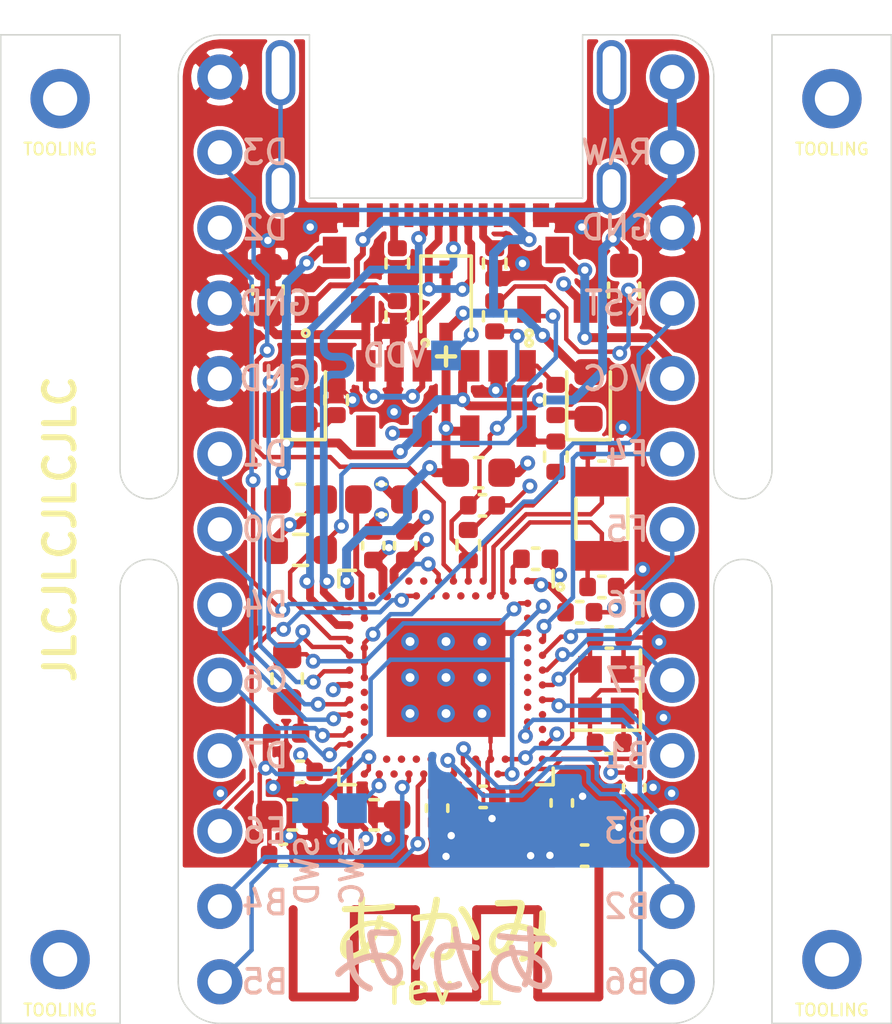
<source format=kicad_pcb>
(kicad_pcb (version 20171130) (host pcbnew "(5.1.9)-1")
  (layers (0 F.Cu signal) (1 In1.Cu power) (2 In2.Cu power) (31 B.Cu signal) (34 B.Paste user) (35 F.Paste user) (36 B.SilkS user) (37 F.SilkS user) (38 B.Mask user) (39 F.Mask user) (44 Edge.Cuts user))
  (net 0 "")
  (net 1 VDD_NRF)
  (net 2 VSS_PA)
  (net 3 "Net-(C6-Pad1)")
  (net 4 "Net-(C7-Pad1)")
  (net 5 "Net-(C9-Pad2)")
  (net 6 "Net-(C10-Pad1)")
  (net 7 "Net-(C11-Pad1)")
  (net 8 "Net-(C12-Pad1)")
  (net 9 "Net-(C13-Pad1)")
  (net 10 VBUS)
  (net 11 "Net-(C15-Pad2)")
  (net 12 "Net-(C17-Pad2)")
  (net 13 "Net-(C18-Pad2)")
  (net 14 BAT_VOLT)
  (net 15 "Net-(C20-Pad2)")
  (net 16 VBAT)
  (net 17 BLUE_LED)
  (net 18 "Net-(D1-Pad1)")
  (net 19 "Net-(D3-Pad1)")
  (net 20 "Net-(J1-PadS1)")
  (net 21 USB_D+)
  (net 22 USB_D-)
  (net 23 "Net-(J1-PadA5)")
  (net 24 "Net-(J1-PadB5)")
  (net 25 "Net-(L2-Pad2)")
  (net 26 "Net-(L3-Pad2)")
  (net 27 3V3_OUT)
  (net 28 POWER_CTRL)
  (net 29 "Net-(R11-Pad2)")
  (net 30 "Net-(R7-Pad2)")
  (net 31 CHARGE_CTRL)
  (net 32 "Net-(R8-Pad1)")
  (net 33 SWD)
  (net 34 SWC)
  (net 35 "Net-(U1-PadW24)")
  (net 36 "Net-(U1-PadY23)")
  (net 37 "Net-(U1-PadV23)")
  (net 38 "Net-(U1-PadT23)")
  (net 39 "Net-(U1-PadP23)")
  (net 40 "Net-(U1-PadA18)")
  (net 41 "Net-(U1-PadB17)")
  (net 42 "Net-(U1-PadB15)")
  (net 43 "Net-(U1-PadB13)")
  (net 44 "Net-(U1-PadB11)")
  (net 45 "Net-(U1-PadB9)")
  (net 46 RESET)
  (net 47 "Net-(U1-PadAC15)")
  (net 48 "Net-(U1-PadAC17)")
  (net 49 "Net-(U1-PadAC19)")
  (net 50 "Net-(U1-PadH2)")
  (net 51 "Net-(U1-PadK2)")
  (net 52 "Net-(U1-PadM2)")
  (net 53 "Net-(U1-PadP2)")
  (net 54 "Net-(U1-PadR1)")
  (net 55 "Net-(U1-PadU1)")
  (net 56 "Net-(U1-PadAB2)")
  (net 57 "Net-(U1-PadAC21)")
  (net 58 "Net-(U3-Pad4)")
  (net 59 GND)
  (net 60 P0.09)
  (net 61 P0.10)
  (net 62 P1.10)
  (net 63 P1.11)
  (net 64 P1.13)
  (net 65 P1.15)
  (net 66 P0.02)
  (net 67 P0.29)
  (net 68 P0.31)
  (net 69 P1.04)
  (net 70 P1.06)
  (net 71 P0.11)
  (net 72 P1.00)
  (net 73 P0.24)
  (net 74 P0.22)
  (net 75 P0.20)
  (net 76 P0.17)
  (net 77 P0.06)
  (net 78 P0.08)
  (net 79 ANTENNA)
  (module footprints:akami-logo (layer F.Cu) (at 0 13.5)
    (fp_text reference G*** hide)
    (fp_text value LOGO hide)
  )
  (module footprints:akami-logo (layer B.Cu) (at 0 14.5 180)
    (fp_text reference G*** hide)
    (fp_text value LOGO hide)
  )
  (module footprints:net-tie-2-tiny (layer F.Cu) (at 1.5 7.325 90)
    (fp_text reference NT1)
    (fp_text value Net-Tie_2)
    (fp_poly (pts (xy 0.15 0.05) (xy -0.15 0.05) (xy -0.15 -0.05) (xy 0.15 -0.05)) (layer F.Cu) (width 0))
    (pad 2 smd circle (at 0.15 0 90) (size 0.1 0.1) (layers F.Cu) (net 59 GND) (clearance 0.000001))
    (pad 1 smd circle (at -0.15 0 90) (size 0.1 0.1) (layers F.Cu) (net 2 VSS_PA) (clearance 0.000001))
  )
  (module footprints:promicro_no_silk (layer F.Cu) (at 0 1.28)
    (fp_text reference U4)
    (fp_text value ProMicro_2 hide)
    (fp_text user GND (at -5.75 -6.35 unlocked) (layer B.SilkS) (effects (font (size 0.8 0.8) (thickness 0.13)) (justify mirror)))
    (fp_text user GND (at -5.75 -8.89 unlocked) (layer B.SilkS) (effects (font (size 0.8 0.8) (thickness 0.13)) (justify mirror)))
    (fp_text user F6 (at 6.1 1.27 unlocked) (layer B.SilkS) (effects (font (size 0.8 0.8) (thickness 0.13)) (justify mirror)))
    (fp_text user F5 (at 6.1 -1.27 unlocked) (layer B.SilkS) (effects (font (size 0.8 0.8) (thickness 0.13)) (justify mirror)))
    (fp_text user RST (at 5.75 -8.89 unlocked) (layer B.SilkS) (effects (font (size 0.8 0.8) (thickness 0.13)) (justify mirror)))
    (fp_text user F7 (at 6.1 3.81 unlocked) (layer B.SilkS) (effects (font (size 0.8 0.8) (thickness 0.13)) (justify mirror)))
    (fp_text user B6 (at 6.1 13.97 unlocked) (layer B.SilkS) (effects (font (size 0.8 0.8) (thickness 0.13)) (justify mirror)))
    (fp_text user B1 (at 6.1 6.35 unlocked) (layer B.SilkS) (effects (font (size 0.8 0.8) (thickness 0.13)) (justify mirror)))
    (fp_text user F4 (at 6.1 -3.81 unlocked) (layer B.SilkS) (effects (font (size 0.8 0.8) (thickness 0.13)) (justify mirror)))
    (fp_text user VCC (at 5.75 -6.35 unlocked) (layer B.SilkS) (effects (font (size 0.8 0.8) (thickness 0.13)) (justify mirror)))
    (fp_text user B2 (at 6.1 11.43 unlocked) (layer B.SilkS) (effects (font (size 0.8 0.8) (thickness 0.13)) (justify mirror)))
    (fp_text user B3 (at 6.1 8.89 unlocked) (layer B.SilkS) (effects (font (size 0.8 0.8) (thickness 0.13)) (justify mirror)))
    (fp_text user RAW (at 5.75 -13.97 unlocked) (layer B.SilkS) (effects (font (size 0.8 0.8) (thickness 0.13)) (justify mirror)))
    (fp_text user B5 (at -6.1 13.97 unlocked) (layer B.SilkS) (effects (font (size 0.8 0.8) (thickness 0.13)) (justify mirror)))
    (fp_text user D7 (at -6.1 6.35 unlocked) (layer B.SilkS) (effects (font (size 0.8 0.8) (thickness 0.13)) (justify mirror)))
    (fp_text user E6 (at -6.1 8.89 unlocked) (layer B.SilkS) (effects (font (size 0.8 0.8) (thickness 0.13)) (justify mirror)))
    (fp_text user C6 (at -6.1 3.81 unlocked) (layer B.SilkS) (effects (font (size 0.8 0.8) (thickness 0.13)) (justify mirror)))
    (fp_text user D1 (at -6.1 -3.81 unlocked) (layer B.SilkS) (effects (font (size 0.8 0.8) (thickness 0.13)) (justify mirror)))
    (fp_text user D4 (at -6.1 1.27 unlocked) (layer B.SilkS) (effects (font (size 0.8 0.8) (thickness 0.13)) (justify mirror)))
    (fp_text user D2 (at -6.1 -11.43 unlocked) (layer B.SilkS) (effects (font (size 0.8 0.8) (thickness 0.13)) (justify mirror)))
    (fp_text user D0 (at -6.1 -1.27 unlocked) (layer B.SilkS) (effects (font (size 0.8 0.8) (thickness 0.13)) (justify mirror)))
    (fp_text user B4 (at -6.1 11.303 unlocked) (layer B.SilkS) (effects (font (size 0.8 0.8) (thickness 0.13)) (justify mirror)))
    (fp_text user D3 (at -6.1 -13.97 unlocked) (layer B.SilkS) (effects (font (size 0.8 0.8) (thickness 0.13)) (justify mirror)))
    (fp_text user GND (at 5.75 -11.43 unlocked) (layer B.SilkS) (effects (font (size 0.8 0.8) (thickness 0.13)) (justify mirror)))
    (pad 24 thru_hole circle (at 7.62 -13.97) (size 1.524 1.524) (drill 0.8128) (layers *.Cu *.Mask) (net 16 VBAT))
    (pad 23 thru_hole circle (at 7.62 -11.43) (size 1.524 1.524) (drill 0.8128) (layers *.Cu *.Mask) (net 59 GND))
    (pad 22 thru_hole circle (at 7.62 -8.89) (size 1.524 1.524) (drill 0.8128) (layers *.Cu *.Mask) (net 46 RESET))
    (pad 21 thru_hole circle (at 7.62 -6.35) (size 1.524 1.524) (drill 0.8128) (layers *.Cu *.Mask) (net 27 3V3_OUT))
    (pad 20 thru_hole circle (at 7.62 -3.81) (size 1.524 1.524) (drill 0.8128) (layers *.Cu *.Mask) (net 68 P0.31))
    (pad 19 thru_hole circle (at 7.62 -1.27) (size 1.524 1.524) (drill 0.8128) (layers *.Cu *.Mask) (net 67 P0.29))
    (pad 18 thru_hole circle (at 7.62 1.27) (size 1.524 1.524) (drill 0.8128) (layers *.Cu *.Mask) (net 66 P0.02))
    (pad 17 thru_hole circle (at 7.62 3.81) (size 1.524 1.524) (drill 0.8128) (layers *.Cu *.Mask) (net 65 P1.15))
    (pad 16 thru_hole circle (at 7.62 6.35) (size 1.524 1.524) (drill 0.8128) (layers *.Cu *.Mask) (net 64 P1.13))
    (pad 15 thru_hole circle (at 7.62 8.89) (size 1.524 1.524) (drill 0.8128) (layers *.Cu *.Mask) (net 63 P1.11))
    (pad 14 thru_hole circle (at 7.62 11.43) (size 1.524 1.524) (drill 0.8128) (layers *.Cu *.Mask) (net 61 P0.10))
    (pad 13 thru_hole circle (at 7.62 13.97) (size 1.524 1.524) (drill 0.8128) (layers *.Cu *.Mask) (net 60 P0.09))
    (pad 12 thru_hole circle (at -7.62 13.97) (size 1.524 1.524) (drill 0.8128) (layers *.Cu *.Mask) (net 70 P1.06))
    (pad 11 thru_hole circle (at -7.62 11.43) (size 1.524 1.524) (drill 0.8128) (layers *.Cu *.Mask) (net 69 P1.04))
    (pad 10 thru_hole circle (at -7.62 8.89) (size 1.524 1.524) (drill 0.8128) (layers *.Cu *.Mask) (net 71 P0.11))
    (pad 9 thru_hole circle (at -7.62 6.35) (size 1.524 1.524) (drill 0.8128) (layers *.Cu *.Mask) (net 72 P1.00))
    (pad 8 thru_hole circle (at -7.62 3.81) (size 1.524 1.524) (drill 0.8128) (layers *.Cu *.Mask) (net 73 P0.24))
    (pad 7 thru_hole circle (at -7.62 1.27) (size 1.524 1.524) (drill 0.8128) (layers *.Cu *.Mask) (net 74 P0.22))
    (pad 6 thru_hole circle (at -7.62 -1.27) (size 1.524 1.524) (drill 0.8128) (layers *.Cu *.Mask) (net 75 P0.20))
    (pad 5 thru_hole circle (at -7.62 -3.81) (size 1.524 1.524) (drill 0.8128) (layers *.Cu *.Mask) (net 76 P0.17))
    (pad 4 thru_hole circle (at -7.62 -6.35) (size 1.524 1.524) (drill 0.8128) (layers *.Cu *.Mask) (net 59 GND))
    (pad 3 thru_hole circle (at -7.62 -8.89) (size 1.524 1.524) (drill 0.8128) (layers *.Cu *.Mask) (net 59 GND))
    (pad 2 thru_hole circle (at -7.62 -11.43) (size 1.524 1.524) (drill 0.8128) (layers *.Cu *.Mask) (net 78 P0.08))
    (pad 1 thru_hole circle (at -7.62 -13.97) (size 1.524 1.524) (drill 0.8128) (layers *.Cu *.Mask) (net 77 P0.06))
  )
  (module footprints:mouse-bite-2mm-slot-one-sided (layer F.Cu) (at -10 0 270)
    (fp_text reference mouse-bite-2mm-slot hide)
    (fp_text value VAL** hide)
    (pad "" np_thru_hole circle (at -0.75 -0.75 270) (size 0.5 0.5) (drill 0.5) (layers *.Cu *.Mask))
    (pad "" np_thru_hole circle (at 0.75 -0.75 270) (size 0.5 0.5) (drill 0.5) (layers *.Cu *.Mask))
    (pad "" np_thru_hole circle (at 0 -0.75 270) (size 0.5 0.5) (drill 0.5) (layers *.Cu *.Mask))
  )
  (module footprints:mouse-bite-2mm-slot-one-sided (layer F.Cu) (at 10 0 90)
    (fp_text reference mouse-bite-2mm-slot hide)
    (fp_text value VAL** hide)
    (pad "" np_thru_hole circle (at 0 -0.75 90) (size 0.5 0.5) (drill 0.5) (layers *.Cu *.Mask))
    (pad "" np_thru_hole circle (at 0.75 -0.75 90) (size 0.5 0.5) (drill 0.5) (layers *.Cu *.Mask))
    (pad "" np_thru_hole circle (at -0.75 -0.75 90) (size 0.5 0.5) (drill 0.5) (layers *.Cu *.Mask))
  )
  (module footprints:jlcpcb_tooling_hole (layer F.Cu) (at 13 -14.5)
    (fp_text reference REF**)
    (fp_text value jlcpcb_tooling_hole)
    (fp_text user TOOLING (at 0 1.7) (layer F.SilkS) (effects (font (size 0.4 0.4) (thickness 0.07))))
    (pad "" np_thru_hole circle (at 0 0) (size 2 2) (drill 1.152) (layers *.Cu *.Mask))
  )
  (module footprints:jlcpcb_tooling_hole (layer F.Cu) (at 13 14.5)
    (fp_text reference REF**)
    (fp_text value jlcpcb_tooling_hole)
    (fp_text user TOOLING (at 0 1.7) (layer F.SilkS) (effects (font (size 0.4 0.4) (thickness 0.07))))
    (pad "" np_thru_hole circle (at 0 0) (size 2 2) (drill 1.152) (layers *.Cu *.Mask))
  )
  (module footprints:jlcpcb_tooling_hole (layer F.Cu) (at -13 14.5)
    (fp_text reference REF**)
    (fp_text value jlcpcb_tooling_hole)
    (fp_text user TOOLING (at 0 1.7) (layer F.SilkS) (effects (font (size 0.4 0.4) (thickness 0.07))))
    (pad "" np_thru_hole circle (at 0 0) (size 2 2) (drill 1.152) (layers *.Cu *.Mask))
  )
  (module footprints:jlcpcb_tooling_hole (layer F.Cu) (at -13 -14.5)
    (fp_text reference REF**)
    (fp_text value jlcpcb_tooling_hole)
    (fp_text user TOOLING (at 0 1.7) (layer F.SilkS) (effects (font (size 0.4 0.4) (thickness 0.07))))
    (pad "" np_thru_hole circle (at 0 0) (size 2 2) (drill 1.152) (layers *.Cu *.Mask))
  )
  (module Diode_SMD:D_SOD-323 (layer F.Cu) (at 0 -7.7 270)
    (fp_text reference D2)
    (fp_text value 1N5819)
    (pad 1 smd rect (at -1.05 0 270) (size 0.6 0.45) (layers F.Cu F.Paste F.Mask) (net 15 "Net-(C20-Pad2)"))
    (pad 2 smd rect (at 1.05 0 270) (size 0.6 0.45) (layers F.Cu F.Paste F.Mask) (net 10 VBUS))
  )
  (module Package_TO_SOT_SMD:SOT-23-5 (layer F.Cu) (at 1.75 -4.4 270)
    (fp_text reference U2)
    (fp_text value TP4054)
    (pad 1 smd rect (at -1.1 -0.95 270) (size 1.06 0.65) (layers F.Cu F.Paste F.Mask) (net 32 "Net-(R8-Pad1)"))
    (pad 2 smd rect (at -1.1 0 270) (size 1.06 0.65) (layers F.Cu F.Paste F.Mask) (net 59 GND))
    (pad 3 smd rect (at -1.1 0.95 270) (size 1.06 0.65) (layers F.Cu F.Paste F.Mask) (net 16 VBAT))
    (pad 4 smd rect (at 1.1 0.95 270) (size 1.06 0.65) (layers F.Cu F.Paste F.Mask) (net 10 VBUS))
    (pad 5 smd rect (at 1.1 -0.95 270) (size 1.06 0.65) (layers F.Cu F.Paste F.Mask) (net 30 "Net-(R7-Pad2)"))
  )
  (module Package_TO_SOT_SMD:SOT-23-5 (layer F.Cu) (at -1.75 -4.4 270)
    (fp_text reference U3)
    (fp_text value AP2112K-3.3)
    (pad 1 smd rect (at -1.1 -0.95 270) (size 1.06 0.65) (layers F.Cu F.Paste F.Mask) (net 15 "Net-(C20-Pad2)"))
    (pad 2 smd rect (at -1.1 0 270) (size 1.06 0.65) (layers F.Cu F.Paste F.Mask) (net 59 GND))
    (pad 3 smd rect (at -1.1 0.95 270) (size 1.06 0.65) (layers F.Cu F.Paste F.Mask) (net 15 "Net-(C20-Pad2)"))
    (pad 4 smd rect (at 1.1 0.95 270) (size 1.06 0.65) (layers F.Cu F.Paste F.Mask) (net 58 "Net-(U3-Pad4)"))
    (pad 5 smd rect (at 1.1 -0.95 270) (size 1.06 0.65) (layers F.Cu F.Paste F.Mask) (net 1 VDD_NRF))
  )
  (module Package_TO_SOT_SMD:SOT-23 (layer F.Cu) (at 3.75 -8.4 90)
    (fp_text reference Q1)
    (fp_text value AO3401A)
    (pad 1 smd rect (at -1 -0.95 90) (size 0.9 0.8) (layers F.Cu F.Paste F.Mask) (net 28 POWER_CTRL))
    (pad 2 smd rect (at -1 0.95 90) (size 0.9 0.8) (layers F.Cu F.Paste F.Mask) (net 1 VDD_NRF))
    (pad 3 smd rect (at 1 0 90) (size 0.9 0.8) (layers F.Cu F.Paste F.Mask) (net 27 3V3_OUT))
  )
  (module Package_TO_SOT_SMD:SOT-23 (layer F.Cu) (at -3.75 -8.4 90)
    (fp_text reference Q2)
    (fp_text value AO3401A)
    (pad 1 smd rect (at -1 -0.95 90) (size 0.9 0.8) (layers F.Cu F.Paste F.Mask) (net 10 VBUS))
    (pad 2 smd rect (at -1 0.95 90) (size 0.9 0.8) (layers F.Cu F.Paste F.Mask) (net 15 "Net-(C20-Pad2)"))
    (pad 3 smd rect (at 1 0 90) (size 0.9 0.8) (layers F.Cu F.Paste F.Mask) (net 16 VBAT))
  )
  (module Crystal:Crystal_SMD_3215-2Pin_3.2x1.5mm (layer F.Cu) (at 5.25 -0.35 270)
    (fp_text reference Y2)
    (fp_text value "32.768 kHz")
    (pad 2 smd rect (at -1.25 0 270) (size 1 1.8) (layers F.Cu F.Paste F.Mask) (net 13 "Net-(C18-Pad2)"))
    (pad 1 smd rect (at 1.25 0 270) (size 1 1.8) (layers F.Cu F.Paste F.Mask) (net 12 "Net-(C17-Pad2)"))
  )
  (module footprints:1pin_conn (layer F.Cu) (at 7.62 -15.23)
    (fp_text reference J2)
    (fp_text value Conn_01x01 hide)
    (pad 1 thru_hole circle (at 0 0) (size 1.524 1.524) (drill 0.8128) (layers *.Cu *.Mask) (net 16 VBAT))
  )
  (module footprints:1pin_conn (layer F.Cu) (at -7.62 -15.23)
    (fp_text reference J3)
    (fp_text value Conn_01x01 hide)
    (pad 1 thru_hole circle (at 0 0) (size 1.524 1.524) (drill 0.8128) (layers *.Cu *.Mask) (net 59 GND))
  )
  (module footprints:circular-pad-0.3mm (layer F.Cu) (at -5.15 12.82)
    (fp_text reference TP4)
    (fp_text value TestPoint)
    (pad 1 connect circle (at 0 0) (size 0.3 0.3) (layers F.Cu) (net 79 ANTENNA))
  )
  (module TestPoint:TestPoint_Pad_1.0x1.0mm (layer B.Cu) (at 0 -5.85)
    (fp_text reference TP3)
    (fp_text value TestPoint)
    (pad 1 smd rect (at 0 0) (size 1 1) (layers B.Cu B.Mask) (net 1 VDD_NRF))
  )
  (module Resistor_SMD:R_0603_1608Metric (layer F.Cu) (at -4.9 0.7)
    (fp_text reference R2)
    (fp_text value 2M)
    (pad 1 smd roundrect (at -0.825 0) (size 0.8 0.95) (layers F.Cu F.Paste F.Mask) (net 59 GND))
    (pad 2 smd roundrect (at 0.825 0) (size 0.8 0.95) (layers F.Cu F.Paste F.Mask) (net 28 POWER_CTRL))
  )
  (module Resistor_SMD:R_0603_1608Metric (layer F.Cu) (at 6 -8.05 270)
    (fp_text reference R11)
    (fp_text value 3M)
    (pad 1 smd roundrect (at -0.825 0 270) (size 0.8 0.95) (layers F.Cu F.Paste F.Mask) (net 16 VBAT))
    (pad 2 smd roundrect (at 0.825 0 270) (size 0.8 0.95) (layers F.Cu F.Paste F.Mask) (net 29 "Net-(R11-Pad2)"))
  )
  (module Capacitor_SMD:C_0603_1608Metric (layer F.Cu) (at -5.175 9.625 180)
    (fp_text reference C16)
    (fp_text value 47nF)
    (pad 1 smd roundrect (at -0.775 0 180) (size 0.9 0.95) (layers F.Cu F.Paste F.Mask) (net 59 GND))
    (pad 2 smd roundrect (at 0.775 0 180) (size 0.9 0.95) (layers F.Cu F.Paste F.Mask) (net 11 "Net-(C15-Pad2)"))
  )
  (module TestPoint:TestPoint_Pad_1.0x1.0mm (layer B.Cu) (at -3.17 9.4)
    (fp_text reference TP1)
    (fp_text value TestPoint)
    (pad 1 smd rect (at 0 0) (size 1 1) (layers B.Cu B.Mask) (net 34 SWC))
  )
  (module TestPoint:TestPoint_Pad_1.0x1.0mm (layer B.Cu) (at -4.68 9.4)
    (fp_text reference TP2)
    (fp_text value TestPoint)
    (pad 1 smd rect (at 0 0) (size 1 1) (layers B.Cu B.Mask) (net 33 SWD))
  )
  (module Capacitor_SMD:C_0402_1005Metric (layer F.Cu) (at 3.9 9.225 270)
    (fp_text reference C22)
    (fp_text value 1.5pF)
    (pad 1 smd roundrect (at -0.48 0 270) (size 0.56 0.62) (layers F.Cu F.Paste F.Mask) (net 59 GND))
    (pad 2 smd roundrect (at 0.48 0 270) (size 0.56 0.62) (layers F.Cu F.Paste F.Mask) (net 79 ANTENNA))
  )
  (module Resistor_SMD:R_0402_1005Metric (layer F.Cu) (at 0.75 0.54 90)
    (fp_text reference R4)
    (fp_text value 10M)
    (pad 1 smd roundrect (at -0.51 0 90) (size 0.54 0.64) (layers F.Cu F.Paste F.Mask) (net 14 BAT_VOLT))
    (pad 2 smd roundrect (at 0.51 0 90) (size 0.54 0.64) (layers F.Cu F.Paste F.Mask) (net 59 GND))
  )
  (module Resistor_SMD:R_0402_1005Metric (layer F.Cu) (at 1.64 -7.17 270)
    (fp_text reference R3)
    (fp_text value 1M)
    (pad 1 smd roundrect (at -0.51 0 270) (size 0.54 0.64) (layers F.Cu F.Paste F.Mask) (net 29 "Net-(R11-Pad2)"))
    (pad 2 smd roundrect (at 0.51 0 270) (size 0.54 0.64) (layers F.Cu F.Paste F.Mask) (net 14 BAT_VOLT))
  )
  (module Resistor_SMD:R_0402_1005Metric (layer F.Cu) (at -1.64 -8.95 270)
    (fp_text reference R10)
    (fp_text value 5.1k)
    (pad 1 smd roundrect (at -0.51 0 270) (size 0.54 0.64) (layers F.Cu F.Paste F.Mask) (net 24 "Net-(J1-PadB5)"))
    (pad 2 smd roundrect (at 0.51 0 270) (size 0.54 0.64) (layers F.Cu F.Paste F.Mask) (net 59 GND))
  )
  (module Crystal:Crystal_SMD_2016-4Pin_2.0x1.6mm (layer F.Cu) (at 5.4 5.425 90)
    (fp_text reference Y1)
    (fp_text value 32MHz)
    (pad 1 smd rect (at -0.7 0.55 90) (size 0.9 0.8) (layers F.Cu F.Paste F.Mask) (net 3 "Net-(C6-Pad1)"))
    (pad 2 smd rect (at 0.7 0.55 90) (size 0.9 0.8) (layers F.Cu F.Paste F.Mask) (net 59 GND))
    (pad 3 smd rect (at 0.7 -0.55 90) (size 0.9 0.8) (layers F.Cu F.Paste F.Mask) (net 4 "Net-(C7-Pad1)"))
    (pad 4 smd rect (at -0.7 -0.55 90) (size 0.9 0.8) (layers F.Cu F.Paste F.Mask) (net 59 GND))
  )
  (module footprints:USB-C_C168688 (layer F.Cu) (at 0.0003 -17.5732)
    (fp_text reference J1 hide)
    (fp_text value USB_C_Receptacle_USB2.0)
    (pad B8 smd rect (at 1.758 7) (size 0.3 0.8) (layers F.Cu F.Paste F.Mask) (clearance 0.15))
    (pad A8 smd rect (at -1.25 7) (size 0.3 0.8) (layers F.Cu F.Paste F.Mask) (clearance 0.15))
    (pad S1 thru_hole oval (at -5.5753 2.2) (size 1 2.2) (drill oval 0.6 1.8) (layers *.Cu *.Mask) (net 20 "Net-(J1-PadS1)"))
    (pad S1 thru_hole oval (at 5.5753 2.2) (size 1 2.2) (drill oval 0.6 1.8) (layers *.Cu *.Mask) (net 20 "Net-(J1-PadS1)"))
    (pad S1 thru_hole oval (at 5.5753 6.1) (size 1 1.8) (drill oval 0.6 1.3) (layers *.Cu *.Mask) (net 20 "Net-(J1-PadS1)"))
    (pad S1 thru_hole oval (at -5.5753 6.1) (size 1 1.8) (drill oval 0.6 1.4) (layers *.Cu *.Mask) (net 20 "Net-(J1-PadS1)"))
    (pad A1 smd rect (at -3.2 7) (size 0.54 0.8) (layers F.Cu F.Paste F.Mask) (net 59 GND) (clearance 0.15))
    (pad A1 smd rect (at 3.2 7) (size 0.54 0.8) (layers F.Cu F.Paste F.Mask) (net 59 GND) (clearance 0.15))
    (pad A4 smd rect (at 2.4 7) (size 0.54 0.8) (layers F.Cu F.Paste F.Mask) (net 10 VBUS) (clearance 0.15))
    (pad A4 smd rect (at -2.4 7) (size 0.54 0.8) (layers F.Cu F.Paste F.Mask) (net 10 VBUS) (clearance 0.15))
    (pad B6 smd rect (at -0.75 7) (size 0.3 0.8) (layers F.Cu F.Paste F.Mask) (net 21 USB_D+) (clearance 0.15))
    (pad B7 smd rect (at 0.75 7) (size 0.3 0.8) (layers F.Cu F.Paste F.Mask) (net 22 USB_D-) (clearance 0.15))
    (pad A7 smd rect (at -0.25 7) (size 0.3 0.8) (layers F.Cu F.Paste F.Mask) (net 22 USB_D-) (clearance 0.15))
    (pad A6 smd rect (at 0.25 7) (size 0.3 0.8) (layers F.Cu F.Paste F.Mask) (net 21 USB_D+) (clearance 0.15))
    (pad A5 smd rect (at 1.25 7) (size 0.3 0.8) (layers F.Cu F.Paste F.Mask) (net 23 "Net-(J1-PadA5)") (clearance 0.15))
    (pad B5 smd rect (at -1.75 7) (size 0.3 0.8) (layers F.Cu F.Paste F.Mask) (net 24 "Net-(J1-PadB5)") (clearance 0.15))
  )
  (module Package_DFN_QFN:Nordic_AQFN-73-1EP_7x7mm_P0.5mm (layer F.Cu) (at 0 5 270)
    (fp_text reference U1)
    (fp_text value nRF52840)
    (pad AC24 smd circle (at 3.25 2.75 90) (size 0.25 0.25) (layers F.Cu F.Paste F.Mask) (net 33 SWD))
    (pad AA24 smd circle (at 3.25 2.25 90) (size 0.25 0.25) (layers F.Cu F.Paste F.Mask) (net 34 SWC))
    (pad W24 smd circle (at 3.25 1.75 90) (size 0.25 0.25) (layers F.Cu F.Paste F.Mask) (net 35 "Net-(U1-PadW24)"))
    (pad U24 smd circle (at 3.25 1.25 90) (size 0.25 0.25) (layers F.Cu F.Paste F.Mask) (net 69 P1.04))
    (pad R24 smd circle (at 3.25 0.75 90) (size 0.25 0.25) (layers F.Cu F.Paste F.Mask) (net 70 P1.06))
    (pad N24 smd circle (at 3.25 0.25 90) (size 0.25 0.25) (layers F.Cu F.Paste F.Mask) (net 8 "Net-(C12-Pad1)"))
    (pad L24 smd circle (at 3.25 -0.25 90) (size 0.25 0.25) (layers F.Cu F.Paste F.Mask) (net 60 P0.09))
    (pad J24 smd circle (at 3.25 -0.75 90) (size 0.25 0.25) (layers F.Cu F.Paste F.Mask) (net 61 P0.10))
    (pad E24 smd circle (at 3.25 -1.75 90) (size 0.25 0.25) (layers F.Cu F.Paste F.Mask) (net 11 "Net-(C15-Pad2)"))
    (pad Y23 smd circle (at 2.75 2 90) (size 0.25 0.25) (layers F.Cu F.Paste F.Mask) (net 36 "Net-(U1-PadY23)"))
    (pad V23 smd circle (at 2.75 1.5 90) (size 0.25 0.25) (layers F.Cu F.Paste F.Mask) (net 37 "Net-(U1-PadV23)"))
    (pad T23 smd circle (at 2.75 1 90) (size 0.25 0.25) (layers F.Cu F.Paste F.Mask) (net 38 "Net-(U1-PadT23)"))
    (pad P23 smd circle (at 2.75 0.5 90) (size 0.25 0.25) (layers F.Cu F.Paste F.Mask) (net 39 "Net-(U1-PadP23)"))
    (pad H23 smd circle (at 2.75 -1 90) (size 0.25 0.25) (layers F.Cu F.Paste F.Mask) (net 5 "Net-(C9-Pad2)"))
    (pad F23 smd circle (at 2.75 -1.5 90) (size 0.25 0.25) (layers F.Cu F.Paste F.Mask) (net 2 VSS_PA))
    (pad A23 smd circle (at 2.75 -3.25 90) (size 0.25 0.25) (layers F.Cu F.Paste F.Mask) (net 4 "Net-(C7-Pad1)"))
    (pad A22 smd circle (at 2.25 -3.25 90) (size 0.25 0.25) (layers F.Cu F.Paste F.Mask) (net 1 VDD_NRF))
    (pad A20 smd circle (at 1.75 -3.25 90) (size 0.25 0.25) (layers F.Cu F.Paste F.Mask) (net 62 P1.10))
    (pad A18 smd circle (at 1.25 -3.25 90) (size 0.25 0.25) (layers F.Cu F.Paste F.Mask) (net 40 "Net-(U1-PadA18)"))
    (pad A16 smd circle (at 0.75 -3.25 90) (size 0.25 0.25) (layers F.Cu F.Paste F.Mask) (net 64 P1.13))
    (pad A14 smd circle (at 0.25 -3.25 90) (size 0.25 0.25) (layers F.Cu F.Paste F.Mask) (net 65 P1.15))
    (pad A12 smd circle (at -0.25 -3.25 90) (size 0.25 0.25) (layers F.Cu F.Paste F.Mask) (net 66 P0.02))
    (pad A10 smd circle (at -0.75 -3.25 90) (size 0.25 0.25) (layers F.Cu F.Paste F.Mask) (net 67 P0.29))
    (pad B19 smd circle (at 1.5 -2.75 90) (size 0.25 0.25) (layers F.Cu F.Paste F.Mask) (net 63 P1.11))
    (pad B17 smd circle (at 1 -2.75 90) (size 0.25 0.25) (layers F.Cu F.Paste F.Mask) (net 41 "Net-(U1-PadB17)"))
    (pad B15 smd circle (at 0.5 -2.75 90) (size 0.25 0.25) (layers F.Cu F.Paste F.Mask) (net 42 "Net-(U1-PadB15)"))
    (pad B13 smd circle (at 0 -2.75 90) (size 0.25 0.25) (layers F.Cu F.Paste F.Mask) (net 43 "Net-(U1-PadB13)"))
    (pad B11 smd circle (at -0.5 -2.75 90) (size 0.25 0.25) (layers F.Cu F.Paste F.Mask) (net 44 "Net-(U1-PadB11)"))
    (pad B9 smd circle (at -1 -2.75 90) (size 0.25 0.25) (layers F.Cu F.Paste F.Mask) (net 45 "Net-(U1-PadB9)"))
    (pad B7 smd circle (at -1.5 -2.75 90) (size 0.25 0.25) (layers F.Cu F.Paste F.Mask) (net 59 GND))
    (pad B5 smd circle (at -2 -2.75 90) (size 0.25 0.25) (layers F.Cu F.Paste F.Mask) (net 11 "Net-(C15-Pad2)"))
    (pad AC5 smd circle (at -2 2.75 90) (size 0.25 0.25) (layers F.Cu F.Paste F.Mask) (net 9 "Net-(C13-Pad1)"))
    (pad AC9 smd circle (at -1 2.75 90) (size 0.25 0.25) (layers F.Cu F.Paste F.Mask) (net 46 RESET))
    (pad AC11 smd circle (at -0.5 2.75 90) (size 0.25 0.25) (layers F.Cu F.Paste F.Mask) (net 46 RESET))
    (pad AC13 smd circle (at 0 2.75 90) (size 0.25 0.25) (layers F.Cu F.Paste F.Mask) (net 46 RESET))
    (pad AC15 smd circle (at 0.5 2.75 90) (size 0.25 0.25) (layers F.Cu F.Paste F.Mask) (net 47 "Net-(U1-PadAC15)"))
    (pad AC17 smd circle (at 1 2.75 90) (size 0.25 0.25) (layers F.Cu F.Paste F.Mask) (net 48 "Net-(U1-PadAC17)"))
    (pad AC19 smd circle (at 1.5 2.75 90) (size 0.25 0.25) (layers F.Cu F.Paste F.Mask) (net 49 "Net-(U1-PadAC19)"))
    (pad AD22 smd circle (at 2.25 3.25 90) (size 0.25 0.25) (layers F.Cu F.Paste F.Mask) (net 72 P1.00))
    (pad AD20 smd circle (at 1.75 3.25 90) (size 0.25 0.25) (layers F.Cu F.Paste F.Mask) (net 73 P0.24))
    (pad AD18 smd circle (at 1.25 3.25 90) (size 0.25 0.25) (layers F.Cu F.Paste F.Mask) (net 74 P0.22))
    (pad AD16 smd circle (at 0.75 3.25 90) (size 0.25 0.25) (layers F.Cu F.Paste F.Mask) (net 75 P0.20))
    (pad AD14 smd circle (at 0.25 3.25 90) (size 0.25 0.25) (layers F.Cu F.Paste F.Mask) (net 1 VDD_NRF))
    (pad AD12 smd circle (at -0.25 3.25 90) (size 0.25 0.25) (layers F.Cu F.Paste F.Mask) (net 76 P0.17))
    (pad AD10 smd circle (at -0.75 3.25 90) (size 0.25 0.25) (layers F.Cu F.Paste F.Mask) (net 17 BLUE_LED))
    (pad AD8 smd circle (at -1.25 3.25 90) (size 0.25 0.25) (layers F.Cu F.Paste F.Mask) (net 28 POWER_CTRL))
    (pad AD6 smd circle (at -1.75 3.25 90) (size 0.25 0.25) (layers F.Cu F.Paste F.Mask) (net 21 USB_D+))
    (pad AD4 smd circle (at -2.25 3.25 90) (size 0.25 0.25) (layers F.Cu F.Paste F.Mask) (net 22 USB_D-))
    (pad B1 smd circle (at -3.25 -2.75 90) (size 0.25 0.25) (layers F.Cu F.Paste F.Mask) (net 1 VDD_NRF))
    (pad D2 smd circle (at -2.75 -2 90) (size 0.25 0.25) (layers F.Cu F.Paste F.Mask) (net 12 "Net-(C17-Pad2)"))
    (pad C1 smd circle (at -3.25 -2.25 90) (size 0.25 0.25) (layers F.Cu F.Paste F.Mask) (net 6 "Net-(C10-Pad1)"))
    (pad F2 smd circle (at -2.75 -1.5 90) (size 0.25 0.25) (layers F.Cu F.Paste F.Mask) (net 13 "Net-(C18-Pad2)"))
    (pad H2 smd circle (at -2.75 -1 90) (size 0.25 0.25) (layers F.Cu F.Paste F.Mask) (net 50 "Net-(U1-PadH2)"))
    (pad K2 smd circle (at -2.75 -0.5 90) (size 0.25 0.25) (layers F.Cu F.Paste F.Mask) (net 51 "Net-(U1-PadK2)"))
    (pad M2 smd circle (at -2.75 0 90) (size 0.25 0.25) (layers F.Cu F.Paste F.Mask) (net 52 "Net-(U1-PadM2)"))
    (pad P2 smd circle (at -2.75 0.5 90) (size 0.25 0.25) (layers F.Cu F.Paste F.Mask) (net 53 "Net-(U1-PadP2)"))
    (pad T2 smd circle (at -2.75 1 90) (size 0.25 0.25) (layers F.Cu F.Paste F.Mask) (net 71 P0.11))
    (pad G1 smd circle (at -3.25 -1.25 90) (size 0.25 0.25) (layers F.Cu F.Paste F.Mask) (net 31 CHARGE_CTRL))
    (pad J1 smd circle (at -3.25 -0.75 90) (size 0.25 0.25) (layers F.Cu F.Paste F.Mask) (net 14 BAT_VOLT))
    (pad L1 smd circle (at -3.25 -0.25 90) (size 0.25 0.25) (layers F.Cu F.Paste F.Mask) (net 77 P0.06))
    (pad N1 smd circle (at -3.25 0.25 90) (size 0.25 0.25) (layers F.Cu F.Paste F.Mask) (net 78 P0.08))
    (pad R1 smd circle (at -3.25 0.75 90) (size 0.25 0.25) (layers F.Cu F.Paste F.Mask) (net 54 "Net-(U1-PadR1)"))
    (pad U1 smd circle (at -3.25 1.25 90) (size 0.25 0.25) (layers F.Cu F.Paste F.Mask) (net 55 "Net-(U1-PadU1)"))
    (pad W1 smd circle (at -3.25 1.75 90) (size 0.25 0.25) (layers F.Cu F.Paste F.Mask) (net 1 VDD_NRF))
    (pad Y2 smd circle (at -2.75 2 90) (size 0.25 0.25) (layers F.Cu F.Paste F.Mask) (net 1 VDD_NRF))
    (pad AB2 smd circle (at -2.75 2.5 90) (size 0.25 0.25) (layers F.Cu F.Paste F.Mask) (net 56 "Net-(U1-PadAB2)"))
    (pad AD2 smd circle (at -2.75 3.25 90) (size 0.25 0.25) (layers F.Cu F.Paste F.Mask) (net 10 VBUS))
    (pad AD23 smd circle (at 2.75 3.25 90) (size 0.25 0.25) (layers F.Cu F.Paste F.Mask) (net 1 VDD_NRF))
    (pad AC21 smd circle (at 2 2.75 90) (size 0.25 0.25) (layers F.Cu F.Paste F.Mask) (net 57 "Net-(U1-PadAC21)"))
    (pad B3 smd circle (at -2.5 -2.75 90) (size 0.25 0.25) (layers F.Cu F.Paste F.Mask) (net 26 "Net-(L3-Pad2)"))
    (pad A8 smd circle (at -1.25 -3.25 90) (size 0.25 0.25) (layers F.Cu F.Paste F.Mask) (net 68 P0.31))
    (pad D23 smd circle (at 2.75 -2 90) (size 0.25 0.25) (layers F.Cu F.Paste F.Mask) (net 7 "Net-(C11-Pad1)"))
    (pad B24 smd circle (at 3.25 -2.75 90) (size 0.25 0.25) (layers F.Cu F.Paste F.Mask) (net 3 "Net-(C6-Pad1)"))
    (pad EP smd rect (at 0 0 90) (size 4 4) (layers F.Cu F.Mask) (net 59 GND))
  )
  (module Resistor_SMD:R_0402_1005Metric (layer F.Cu) (at 1.64 -8.95 270)
    (fp_text reference R9)
    (fp_text value 5.1k)
    (pad 1 smd roundrect (at -0.51 0 270) (size 0.54 0.64) (layers F.Cu F.Paste F.Mask) (net 23 "Net-(J1-PadA5)"))
    (pad 2 smd roundrect (at 0.51 0 270) (size 0.54 0.64) (layers F.Cu F.Paste F.Mask) (net 59 GND))
  )
  (module Resistor_SMD:R_0402_1005Metric (layer F.Cu) (at 3.7 -4.35 270)
    (fp_text reference R8)
    (fp_text value 1k)
    (pad 1 smd roundrect (at -0.51 0 270) (size 0.54 0.64) (layers F.Cu F.Paste F.Mask) (net 32 "Net-(R8-Pad1)"))
    (pad 2 smd roundrect (at 0.51 0 270) (size 0.54 0.64) (layers F.Cu F.Paste F.Mask) (net 19 "Net-(D3-Pad1)"))
  )
  (module Resistor_SMD:R_0402_1005Metric (layer F.Cu) (at 3.7 -2.44 90)
    (fp_text reference R7)
    (fp_text value 10k)
    (pad 1 smd roundrect (at -0.51 0 90) (size 0.54 0.64) (layers F.Cu F.Paste F.Mask) (net 31 CHARGE_CTRL))
    (pad 2 smd roundrect (at 0.51 0 90) (size 0.54 0.64) (layers F.Cu F.Paste F.Mask) (net 30 "Net-(R7-Pad2)"))
  )
  (module Resistor_SMD:R_0402_1005Metric (layer F.Cu) (at -1.64 -7.17 270)
    (fp_text reference R6)
    (fp_text value 100k)
    (pad 1 smd roundrect (at -0.51 0 270) (size 0.54 0.64) (layers F.Cu F.Paste F.Mask) (net 10 VBUS))
    (pad 2 smd roundrect (at 0.51 0 270) (size 0.54 0.64) (layers F.Cu F.Paste F.Mask) (net 59 GND))
  )
  (module Resistor_SMD:R_0402_1005Metric (layer F.Cu) (at -3.7 -4.35 270)
    (fp_text reference R5)
    (fp_text value 1k)
    (pad 1 smd roundrect (at -0.51 0 270) (size 0.54 0.64) (layers F.Cu F.Paste F.Mask) (net 59 GND))
    (pad 2 smd roundrect (at 0.51 0 270) (size 0.54 0.64) (layers F.Cu F.Paste F.Mask) (net 18 "Net-(D1-Pad1)"))
  )
  (module Inductor_SMD:L_0603_1608Metric (layer F.Cu) (at -5.35 5.0375 90)
    (fp_text reference L3)
    (fp_text value 10uH)
    (pad 1 smd roundrect (at -0.7875 0 90) (size 0.875 0.95) (layers F.Cu F.Paste F.Mask) (net 25 "Net-(L2-Pad2)"))
    (pad 2 smd roundrect (at 0.7875 0 90) (size 0.875 0.95) (layers F.Cu F.Paste F.Mask) (net 26 "Net-(L3-Pad2)"))
  )
  (module Inductor_SMD:L_0402_1005Metric (layer F.Cu) (at -5.385 6.875)
    (fp_text reference L2)
    (fp_text value 15nH)
    (pad 1 smd roundrect (at -0.485 0) (size 0.59 0.64) (layers F.Cu F.Paste F.Mask) (net 11 "Net-(C15-Pad2)"))
    (pad 2 smd roundrect (at 0.485 0) (size 0.59 0.64) (layers F.Cu F.Paste F.Mask) (net 25 "Net-(L2-Pad2)"))
  )
  (module Inductor_SMD:L_0402_1005Metric (layer F.Cu) (at 0.8 10.335 90)
    (fp_text reference L1)
    (fp_text value 3.9nH)
    (pad 1 smd roundrect (at -0.485 0 90) (size 0.59 0.64) (layers F.Cu F.Paste F.Mask) (net 79 ANTENNA))
    (pad 2 smd roundrect (at 0.485 0 90) (size 0.59 0.64) (layers F.Cu F.Paste F.Mask) (net 5 "Net-(C9-Pad2)"))
  )
  (module LED_SMD:LED_0603_1608Metric (layer F.Cu) (at 4.8 -4.5 90)
    (fp_text reference D3)
    (fp_text value ORANGE)
    (pad 1 smd roundrect (at -0.7875 0 90) (size 0.875 0.95) (layers F.Cu F.Paste F.Mask) (net 19 "Net-(D3-Pad1)"))
    (pad 2 smd roundrect (at 0.7875 0 90) (size 0.875 0.95) (layers F.Cu F.Paste F.Mask) (net 10 VBUS))
  )
  (module LED_SMD:LED_0603_1608Metric (layer F.Cu) (at -4.8 -4.5 90)
    (fp_text reference D1)
    (fp_text value BLUE)
    (pad 1 smd roundrect (at -0.7875 0 90) (size 0.875 0.95) (layers F.Cu F.Paste F.Mask) (net 18 "Net-(D1-Pad1)"))
    (pad 2 smd roundrect (at 0.7875 0 90) (size 0.875 0.95) (layers F.Cu F.Paste F.Mask) (net 17 BLUE_LED))
  )
  (module Capacitor_SMD:C_0603_1608Metric (layer F.Cu) (at -4.9 -1 180)
    (fp_text reference C21)
    (fp_text value 4.7uF)
    (pad 1 smd roundrect (at -0.775 0 180) (size 0.9 0.95) (layers F.Cu F.Paste F.Mask) (net 59 GND))
    (pad 2 smd roundrect (at 0.775 0 180) (size 0.9 0.95) (layers F.Cu F.Paste F.Mask) (net 16 VBAT))
  )
  (module Capacitor_SMD:C_0603_1608Metric (layer F.Cu) (at -6 -8.05 270)
    (fp_text reference C20)
    (fp_text value 4.7uF)
    (pad 2 smd roundrect (at 0.775 0 270) (size 0.9 0.95) (layers F.Cu F.Paste F.Mask) (net 15 "Net-(C20-Pad2)"))
    (pad 1 smd roundrect (at -0.775 0 270) (size 0.9 0.95) (layers F.Cu F.Paste F.Mask) (net 59 GND))
  )
  (module Capacitor_SMD:C_0402_1005Metric (layer F.Cu) (at 1.23 -0.8 180)
    (fp_text reference C19)
    (fp_text value 10nF)
    (pad 1 smd roundrect (at -0.48 0 180) (size 0.56 0.62) (layers F.Cu F.Paste F.Mask) (net 59 GND))
    (pad 2 smd roundrect (at 0.48 0 180) (size 0.56 0.62) (layers F.Cu F.Paste F.Mask) (net 14 BAT_VOLT))
  )
  (module Capacitor_SMD:C_0402_1005Metric (layer F.Cu) (at 5.255 -2.65 180)
    (fp_text reference C18)
    (fp_text value 15pF)
    (pad 2 smd roundrect (at 0.48 0 180) (size 0.56 0.62) (layers F.Cu F.Paste F.Mask) (net 13 "Net-(C18-Pad2)"))
    (pad 1 smd roundrect (at -0.48 0 180) (size 0.56 0.62) (layers F.Cu F.Paste F.Mask) (net 59 GND))
  )
  (module Capacitor_SMD:C_0402_1005Metric (layer F.Cu) (at 5.25 1.95 180)
    (fp_text reference C17)
    (fp_text value 15pF)
    (pad 1 smd roundrect (at -0.48 0 180) (size 0.56 0.62) (layers F.Cu F.Paste F.Mask) (net 59 GND))
    (pad 2 smd roundrect (at 0.48 0 180) (size 0.56 0.62) (layers F.Cu F.Paste F.Mask) (net 12 "Net-(C17-Pad2)"))
  )
  (module Capacitor_SMD:C_0402_1005Metric (layer F.Cu) (at -5.48 10.975 180)
    (fp_text reference C15)
    (fp_text value 1uF)
    (pad 1 smd roundrect (at -0.48 0 180) (size 0.56 0.62) (layers F.Cu F.Paste F.Mask) (net 59 GND))
    (pad 2 smd roundrect (at 0.48 0 180) (size 0.56 0.62) (layers F.Cu F.Paste F.Mask) (net 11 "Net-(C15-Pad2)"))
  )
  (module Capacitor_SMD:C_0603_1608Metric (layer F.Cu) (at 1.1 -1.9 180)
    (fp_text reference C14)
    (fp_text value 4.7uF)
    (pad 1 smd roundrect (at -0.775 0 180) (size 0.9 0.95) (layers F.Cu F.Paste F.Mask) (net 59 GND))
    (pad 2 smd roundrect (at 0.775 0 180) (size 0.9 0.95) (layers F.Cu F.Paste F.Mask) (net 10 VBUS))
  )
  (module Capacitor_SMD:C_0603_1608Metric (layer F.Cu) (at -2.175 -1)
    (fp_text reference C13)
    (fp_text value 4.7uF)
    (pad 1 smd roundrect (at -0.775 0) (size 0.9 0.95) (layers F.Cu F.Paste F.Mask) (net 9 "Net-(C13-Pad1)"))
    (pad 2 smd roundrect (at 0.775 0) (size 0.9 0.95) (layers F.Cu F.Paste F.Mask) (net 59 GND))
  )
  (module Capacitor_SMD:C_0402_1005Metric (layer F.Cu) (at -0.3 9.4 270)
    (fp_text reference C12)
    (fp_text value 1nF)
    (pad 1 smd roundrect (at -0.48 0 270) (size 0.56 0.62) (layers F.Cu F.Paste F.Mask) (net 8 "Net-(C12-Pad1)"))
    (pad 2 smd roundrect (at 0.48 0 270) (size 0.56 0.62) (layers F.Cu F.Paste F.Mask) (net 59 GND))
  )
  (module Capacitor_SMD:C_0402_1005Metric (layer F.Cu) (at 6.34 8.71 270)
    (fp_text reference C11)
    (fp_text value 100pF)
    (pad 2 smd roundrect (at 0.48 0 270) (size 0.56 0.62) (layers F.Cu F.Paste F.Mask) (net 59 GND))
    (pad 1 smd roundrect (at -0.48 0 270) (size 0.56 0.62) (layers F.Cu F.Paste F.Mask) (net 7 "Net-(C11-Pad1)"))
  )
  (module Capacitor_SMD:C_0402_1005Metric (layer F.Cu) (at 3.02 1)
    (fp_text reference C10)
    (fp_text value 100nF)
    (pad 1 smd roundrect (at -0.48 0) (size 0.56 0.62) (layers F.Cu F.Paste F.Mask) (net 6 "Net-(C10-Pad1)"))
    (pad 2 smd roundrect (at 0.48 0) (size 0.56 0.62) (layers F.Cu F.Paste F.Mask) (net 59 GND))
  )
  (module Capacitor_SMD:C_0402_1005Metric (layer F.Cu) (at 1.25 9.02 180)
    (fp_text reference C9)
    (fp_text value 1pF)
    (pad 1 smd roundrect (at -0.48 0 180) (size 0.56 0.62) (layers F.Cu F.Paste F.Mask) (net 2 VSS_PA))
    (pad 2 smd roundrect (at 0.48 0 180) (size 0.56 0.62) (layers F.Cu F.Paste F.Mask) (net 5 "Net-(C9-Pad2)"))
  )
  (module Capacitor_SMD:C_0402_1005Metric (layer F.Cu) (at -2.45 0.56 270)
    (fp_text reference C8)
    (fp_text value 1uF)
    (pad 1 smd roundrect (at -0.48 0 270) (size 0.56 0.62) (layers F.Cu F.Paste F.Mask) (net 59 GND))
    (pad 2 smd roundrect (at 0.48 0 270) (size 0.56 0.62) (layers F.Cu F.Paste F.Mask) (net 1 VDD_NRF))
  )
  (module Capacitor_SMD:C_0402_1005Metric (layer F.Cu) (at 5.5 3.65)
    (fp_text reference C7)
    (fp_text value 10pF)
    (pad 1 smd roundrect (at -0.48 0) (size 0.56 0.62) (layers F.Cu F.Paste F.Mask) (net 4 "Net-(C7-Pad1)"))
    (pad 2 smd roundrect (at 0.48 0) (size 0.56 0.62) (layers F.Cu F.Paste F.Mask) (net 59 GND))
  )
  (module Capacitor_SMD:C_0402_1005Metric (layer F.Cu) (at 5.5 7.2 180)
    (fp_text reference C6)
    (fp_text value 10pF)
    (pad 1 smd roundrect (at -0.48 0 180) (size 0.56 0.62) (layers F.Cu F.Paste F.Mask) (net 3 "Net-(C6-Pad1)"))
    (pad 2 smd roundrect (at 0.48 0 180) (size 0.56 0.62) (layers F.Cu F.Paste F.Mask) (net 59 GND))
  )
  (module Capacitor_SMD:C_0402_1005Metric (layer F.Cu) (at 4.67 11)
    (fp_text reference C5)
    (fp_text value 1pF)
    (pad 1 smd roundrect (at -0.48 0) (size 0.56 0.62) (layers F.Cu F.Paste F.Mask) (net 59 GND))
    (pad 2 smd roundrect (at 0.48 0) (size 0.56 0.62) (layers F.Cu F.Paste F.Mask) (net 79 ANTENNA))
  )
  (module Capacitor_SMD:C_0402_1005Metric (layer F.Cu) (at 4.505 2.8 180)
    (fp_text reference C4)
    (fp_text value 100nF)
    (pad 1 smd roundrect (at -0.48 0 180) (size 0.56 0.62) (layers F.Cu F.Paste F.Mask) (net 59 GND))
    (pad 2 smd roundrect (at 0.48 0 180) (size 0.56 0.62) (layers F.Cu F.Paste F.Mask) (net 1 VDD_NRF))
  )
  (module Capacitor_SMD:C_0402_1005Metric (layer F.Cu) (at -4.905 8.175)
    (fp_text reference C3)
    (fp_text value 100nF)
    (pad 1 smd roundrect (at -0.48 0) (size 0.56 0.62) (layers F.Cu F.Paste F.Mask) (net 59 GND))
    (pad 2 smd roundrect (at 0.48 0) (size 0.56 0.62) (layers F.Cu F.Paste F.Mask) (net 1 VDD_NRF))
  )
  (module Capacitor_SMD:C_0402_1005Metric (layer F.Cu) (at -1.375 0.56 270)
    (fp_text reference C2)
    (fp_text value 100nF)
    (pad 1 smd roundrect (at -0.48 0 270) (size 0.56 0.62) (layers F.Cu F.Paste F.Mask) (net 59 GND))
    (pad 2 smd roundrect (at 0.48 0 270) (size 0.56 0.62) (layers F.Cu F.Paste F.Mask) (net 1 VDD_NRF))
  )
  (module Capacitor_SMD:C_0603_1608Metric (layer F.Cu) (at -2.425 9.625 180)
    (fp_text reference C1)
    (fp_text value 4.7uF)
    (pad 1 smd roundrect (at -0.775 0 180) (size 0.9 0.95) (layers F.Cu F.Paste F.Mask) (net 59 GND))
    (pad 2 smd roundrect (at 0.775 0 180) (size 0.9 0.95) (layers F.Cu F.Paste F.Mask) (net 1 VDD_NRF))
  )
  (gr_text "rev 1" (at 0 15.5) (layer F.SilkS) (effects (font (size 1 1))))
  (gr_text JLCJLCJLCJLC (at -13 0 90) (layer F.SilkS) (effects (font (size 1 1) (thickness 0.2))))
  (gr_circle (center -0.7 -6.275) (end -0.65 -6.275) (layer F.SilkS) (width 0.12))
  (gr_circle (center 2.8 -6.275) (end 2.85 -6.275) (layer F.SilkS) (width 0.12))
  (gr_text + (at 0 -5.875) (layer F.SilkS) (effects (font (size 0.8 0.8))))
  (gr_text VDD (at -1.725 -5.85) (layer B.SilkS) (effects (font (size 0.75 0.75) (thickness 0.13)) (justify mirror)))
  (gr_circle (center 2.8 -6.6) (end 2.85 -6.6) (layer F.SilkS) (width 0.12))
  (gr_circle (center -4.725 -6.6) (end -4.675 -6.6) (layer F.SilkS) (width 0.12))
  (gr_circle (center 3.85 1.95) (end 3.9 1.95) (layer F.SilkS) (width 0.12))
  (gr_arc (start -10 -2) (end -10.98 -2) (angle -180) (layer Edge.Cuts) (width 0.05))
  (gr_arc (start -10 2) (end -9.02 2) (angle -180) (layer Edge.Cuts) (width 0.05))
  (gr_line (start -9.02 2) (end -9.02 15.25) (layer Edge.Cuts) (width 0.05))
  (gr_line (start -10.98 -2) (end -10.98 -16.65) (layer Edge.Cuts) (width 0.05))
  (gr_line (start -10.98 2) (end -10.98 16.65) (layer Edge.Cuts) (width 0.05))
  (gr_line (start -10.98 -16.65) (end -15 -16.65) (layer Edge.Cuts) (width 0.05))
  (gr_line (start -10.98 16.65) (end -15 16.65) (layer Edge.Cuts) (width 0.05))
  (gr_line (start -15 16.65) (end -15 -16.65) (layer Edge.Cuts) (width 0.05))
  (gr_line (start 10.98 16.65) (end 15 16.65) (layer Edge.Cuts) (width 0.05))
  (gr_line (start 10.98 2) (end 10.98 16.65) (layer Edge.Cuts) (width 0.05))
  (gr_line (start 15 -16.65) (end 15 16.65) (layer Edge.Cuts) (width 0.05))
  (gr_line (start 10.98 -16.65) (end 15 -16.65) (layer Edge.Cuts) (width 0.05))
  (gr_line (start 10.98 -2) (end 10.98 -16.65) (layer Edge.Cuts) (width 0.05))
  (gr_arc (start 10 2) (end 10.98 2) (angle -180) (layer Edge.Cuts) (width 0.05))
  (gr_arc (start 10 -2) (end 9.02 -2) (angle -180) (layer Edge.Cuts) (width 0.05))
  (gr_line (start 9.02 2) (end 9.02 15.25) (layer Edge.Cuts) (width 0.05))
  (gr_text SWD (at -4.68 11.5 90) (layer B.SilkS) (effects (font (size 0.75 0.75) (thickness 0.13)) (justify mirror)))
  (gr_text SWC (at -3.17 11.5 90) (layer B.SilkS) (effects (font (size 0.75 0.75) (thickness 0.13)) (justify mirror)))
  (gr_line (start -4.6 -11.15) (end 4.6 -11.15) (layer Edge.Cuts) (width 0.05))
  (gr_line (start -4.6 -12.05) (end -4.6 -11.15) (layer Edge.Cuts) (width 0.05))
  (gr_line (start 4.6 -11.15) (end 4.6 -16.65) (layer Edge.Cuts) (width 0.05))
  (gr_line (start -4.6 -16.65) (end -4.6 -12.05) (layer Edge.Cuts) (width 0.05))
  (gr_line (start 4.6 -16.65) (end 7.62 -16.65) (layer Edge.Cuts) (width 0.05))
  (gr_arc (start 7.62 -15.25) (end 9.02 -15.25) (angle -90) (layer Edge.Cuts) (width 0.05))
  (gr_arc (start -7.62 -15.25) (end -7.62 -16.65) (angle -90) (layer Edge.Cuts) (width 0.05))
  (gr_arc (start 7.62 15.25) (end 7.62 16.65) (angle -90) (layer Edge.Cuts) (width 0.05))
  (gr_arc (start -7.62 15.25) (end -9.02 15.25) (angle -90) (layer Edge.Cuts) (width 0.05))
  (gr_line (start -9.02 -15.25) (end -9.02 -2) (layer Edge.Cuts) (width 0.05))
  (gr_line (start -7.62 16.65) (end 7.62 16.65) (layer Edge.Cuts) (width 0.05))
  (gr_line (start 9.02 -15.25) (end 9.02 -2) (layer Edge.Cuts) (width 0.05))
  (gr_line (start -7.62 -16.65) (end -4.6 -16.65) (layer Edge.Cuts) (width 0.05))
  (segment (start -3.64 5.25) (end -3.25 5.25) (width 0.2) (layer F.Cu) (net 1))
  (segment (start -3.8 5.41) (end -3.64 5.25) (width 0.2) (layer F.Cu) (net 1))
  (via (at -3.8 5.41) (size 0.5) (drill 0.25) (layers F.Cu B.Cu) (net 1))
  (segment (start -0.87 -3.23) (end -0.8 -3.3) (width 0.3) (layer F.Cu) (net 1))
  (segment (start -1.8 -3.23) (end -0.87 -3.23) (width 0.3) (layer F.Cu) (net 1))
  (via (at -1.8 -3.23) (size 0.5) (drill 0.25) (layers F.Cu B.Cu) (net 1))
  (segment (start 3.38 7.25) (end 3.25 7.25) (width 0.15) (layer F.Cu) (net 1))
  (segment (start 3.73 6.9) (end 3.38 7.25) (width 0.15) (layer F.Cu) (net 1))
  (via (at 3.73 6.9) (size 0.5) (drill 0.25) (layers F.Cu B.Cu) (net 1))
  (segment (start 4.7 -7.525) (end 4.7 -7.4) (width 0.3) (layer F.Cu) (net 1))
  (segment (start 3.9625 -8.2625) (end 4.7 -7.525) (width 0.3) (layer F.Cu) (net 1))
  (via (at 3.9625 -8.2625) (size 0.5) (drill 0.25) (layers F.Cu B.Cu) (net 1))
  (via (at 0.85 -6.55) (size 0.5) (drill 0.25) (layers F.Cu B.Cu) (net 1))
  (segment (start 0.15 -5.85) (end 0.85 -6.55) (width 0.15) (layer B.Cu) (net 1))
  (segment (start 0 -5.85) (end 0.15 -5.85) (width 0.15) (layer B.Cu) (net 1))
  (via (at 3.2 1.875) (size 0.5) (drill 0.25) (layers F.Cu B.Cu) (net 1))
  (segment (start 3.075 1.75) (end 3.2 1.875) (width 0.2) (layer F.Cu) (net 1))
  (segment (start 2.75 1.75) (end 3.075 1.75) (width 0.2) (layer F.Cu) (net 1))
  (segment (start 3.2 1.875) (end 3.45 1.875) (width 0.2) (layer F.Cu) (net 1))
  (segment (start 4.025 2.45) (end 4.025 2.8) (width 0.2) (layer F.Cu) (net 1))
  (segment (start 3.45 1.875) (end 4.025 2.45) (width 0.2) (layer F.Cu) (net 1))
  (segment (start -3.2 10.95) (end -3.225 10.975) (width 0.2) (layer F.Cu) (net 1))
  (segment (start -3.2 9.625) (end -3.2 10.95) (width 0.2) (layer F.Cu) (net 1))
  (segment (start -2.7 10.125) (end -3.2 9.625) (width 0.2) (layer F.Cu) (net 1))
  (segment (start -2.7 10.425) (end -2.7 10.125) (width 0.2) (layer F.Cu) (net 1))
  (via (at -2.7 10.425) (size 0.5) (drill 0.25) (layers F.Cu B.Cu) (net 1))
  (segment (start -3.25 9.575) (end -3.2 9.625) (width 0.2) (layer F.Cu) (net 1))
  (segment (start -3.275 8.175) (end -3.25 8.15) (width 0.2) (layer F.Cu) (net 1))
  (segment (start -4.425 8.175) (end -3.275 8.175) (width 0.2) (layer F.Cu) (net 1))
  (segment (start -3.25 8.15) (end -3.25 9.575) (width 0.2) (layer F.Cu) (net 1))
  (segment (start -3.25 7.75) (end -3.25 8.15) (width 0.2) (layer F.Cu) (net 1))
  (via (at -4.9 7.6) (size 0.5) (drill 0.25) (layers F.Cu B.Cu) (net 1))
  (segment (start -4.425 8.075) (end -4.9 7.6) (width 0.2) (layer F.Cu) (net 1))
  (segment (start -4.425 8.175) (end -4.425 8.075) (width 0.2) (layer F.Cu) (net 1))
  (segment (start -2.125 1.365) (end -2.45 1.04) (width 0.3) (layer F.Cu) (net 1))
  (segment (start -2.125 2.125) (end -2.125 1.365) (width 0.3) (layer F.Cu) (net 1))
  (segment (start -2 2.25) (end -2.125 2.125) (width 0.3) (layer F.Cu) (net 1))
  (segment (start -1.75 1.415) (end -1.375 1.04) (width 0.3) (layer F.Cu) (net 1))
  (segment (start -1.75 1.75) (end -1.75 1.415) (width 0.3) (layer F.Cu) (net 1))
  (via (at -1.925 0.625) (size 0.5) (drill 0.25) (layers F.Cu B.Cu) (net 1))
  (segment (start -2.34 1.04) (end -1.925 0.625) (width 0.3) (layer F.Cu) (net 1))
  (segment (start -2.45 1.04) (end -2.34 1.04) (width 0.3) (layer F.Cu) (net 1))
  (segment (start -1.35 1.04) (end -1.375 1.04) (width 0.3) (layer F.Cu) (net 1))
  (segment (start -0.66 0.35) (end -1.35 1.04) (width 0.3) (layer F.Cu) (net 1))
  (via (at -0.66 0.35) (size 0.5) (drill 0.25) (layers F.Cu B.Cu) (net 1))
  (segment (start 1.41 8.7) (end 1.73 9.02) (width 0.15) (layer F.Cu) (net 2))
  (segment (start 1.4 8.7) (end 1.41 8.7) (width 0.15) (layer F.Cu) (net 2))
  (segment (start 1.4 7.85) (end 1.4 8.7) (width 0.15) (layer F.Cu) (net 2))
  (segment (start 1.5 7.75) (end 1.4 7.85) (width 0.15) (layer F.Cu) (net 2))
  (segment (start 1.5 7.75) (end 1.5 7.475) (width 0.15) (layer F.Cu) (net 2))
  (segment (start 5.98 6.155) (end 5.98 7.2) (width 0.15) (layer F.Cu) (net 3))
  (segment (start 5.95 6.125) (end 5.98 6.155) (width 0.15) (layer F.Cu) (net 3))
  (segment (start 5.95 6.125) (end 5.795 6.125) (width 0.15) (layer F.Cu) (net 3))
  (segment (start 2.92 8.08) (end 2.75 8.25) (width 0.15) (layer F.Cu) (net 3))
  (segment (start 3.57 8.08) (end 2.92 8.08) (width 0.15) (layer F.Cu) (net 3))
  (segment (start 3.91 7.74) (end 3.57 8.08) (width 0.15) (layer F.Cu) (net 3))
  (segment (start 6.35 7.74) (end 3.91 7.74) (width 0.15) (layer F.Cu) (net 3))
  (segment (start 6.5 7.59) (end 6.35 7.74) (width 0.15) (layer F.Cu) (net 3))
  (segment (start 6.5 6.24) (end 6.5 7.59) (width 0.15) (layer F.Cu) (net 3))
  (segment (start 6.385 6.125) (end 6.5 6.24) (width 0.15) (layer F.Cu) (net 3))
  (segment (start 5.95 6.125) (end 6.385 6.125) (width 0.15) (layer F.Cu) (net 3))
  (segment (start 4.85 3.82) (end 5.02 3.65) (width 0.15) (layer F.Cu) (net 4))
  (segment (start 4.85 4.725) (end 4.85 3.82) (width 0.15) (layer F.Cu) (net 4))
  (segment (start 3.51 7.75) (end 3.25 7.75) (width 0.15) (layer F.Cu) (net 4))
  (segment (start 4.25 7.01) (end 3.51 7.75) (width 0.15) (layer F.Cu) (net 4))
  (segment (start 4.25 4.91) (end 4.25 7.01) (width 0.15) (layer F.Cu) (net 4))
  (segment (start 4.435 4.725) (end 4.25 4.91) (width 0.15) (layer F.Cu) (net 4))
  (segment (start 4.85 4.725) (end 4.435 4.725) (width 0.15) (layer F.Cu) (net 4))
  (segment (start 1.1 7.85) (end 1.1 8.69) (width 0.15) (layer F.Cu) (net 5))
  (segment (start 1.1 8.69) (end 0.77 9.02) (width 0.15) (layer F.Cu) (net 5))
  (segment (start 1 7.75) (end 1.1 7.85) (width 0.15) (layer F.Cu) (net 5))
  (segment (start 0.77 9.82) (end 0.8 9.85) (width 0.6) (layer F.Cu) (net 5))
  (segment (start 0.77 9.02) (end 0.77 9.82) (width 0.6) (layer F.Cu) (net 5))
  (segment (start 2.25 1.29) (end 2.54 1) (width 0.15) (layer F.Cu) (net 6))
  (segment (start 2.25 1.75) (end 2.25 1.29) (width 0.15) (layer F.Cu) (net 6))
  (via (at 5.55 8.2) (size 0.5) (drill 0.25) (layers F.Cu B.Cu) (net 7))
  (segment (start 6.31 8.2) (end 6.34 8.23) (width 0.15) (layer F.Cu) (net 7))
  (segment (start 5.55 8.2) (end 6.31 8.2) (width 0.15) (layer F.Cu) (net 7))
  (segment (start 5.55 7.6) (end 5.55 8.2) (width 0.15) (layer B.Cu) (net 7))
  (segment (start 5.325 7.375) (end 5.55 7.6) (width 0.15) (layer B.Cu) (net 7))
  (segment (start 3 7.375) (end 5.325 7.375) (width 0.15) (layer B.Cu) (net 7))
  (segment (start 2.675 7.7) (end 3 7.375) (width 0.15) (layer B.Cu) (net 7))
  (segment (start 2.625 7.75) (end 2 7.75) (width 0.15) (layer F.Cu) (net 7))
  (segment (start 2.675 7.7) (end 2.625 7.75) (width 0.15) (layer F.Cu) (net 7))
  (via (at 2.675 7.7) (size 0.5) (drill 0.25) (layers F.Cu B.Cu) (net 7))
  (segment (start -0.25 8.87) (end -0.3 8.92) (width 0.15) (layer F.Cu) (net 8))
  (segment (start -0.25 8.25) (end -0.25 8.87) (width 0.15) (layer F.Cu) (net 8))
  (segment (start -3.025 -0.925) (end -2.95 -1) (width 0.2) (layer F.Cu) (net 9))
  (segment (start -3.025 1.4) (end -3.025 -0.925) (width 0.2) (layer F.Cu) (net 9))
  (segment (start -2.85 1.575) (end -3.025 1.4) (width 0.2) (layer F.Cu) (net 9))
  (segment (start -2.85 2.6) (end -2.85 1.575) (width 0.2) (layer F.Cu) (net 9))
  (segment (start -2.75 2.7) (end -2.85 2.6) (width 0.2) (layer F.Cu) (net 9))
  (segment (start -2.75 3) (end -2.75 2.7) (width 0.2) (layer F.Cu) (net 9))
  (segment (start -3.89 -8.21) (end -3 -8.21) (width 0.2) (layer F.Cu) (net 10))
  (segment (start -4.7 -7.4) (end -3.89 -8.21) (width 0.2) (layer F.Cu) (net 10))
  (segment (start -3 -8.21) (end -2.38 -8.21) (width 0.2) (layer F.Cu) (net 10))
  (segment (start -2.38 -8.21) (end -1.85 -7.68) (width 0.2) (layer F.Cu) (net 10))
  (segment (start -1.85 -7.68) (end -1.64 -7.68) (width 0.2) (layer F.Cu) (net 10))
  (segment (start 0.575 -7.225) (end 0 -6.65) (width 0.3) (layer F.Cu) (net 10))
  (segment (start 0.575 -7.275) (end 0.575 -7.225) (width 0.3) (layer F.Cu) (net 10))
  (segment (start 1.6 -7.275) (end 0.575 -7.275) (width 0.3) (layer B.Cu) (net 10))
  (via (at 0.575 -7.275) (size 0.5) (drill 0.25) (layers F.Cu B.Cu) (net 10))
  (segment (start 4.6875 -5.0875) (end 4.8 -5.0875) (width 0.3) (layer F.Cu) (net 10))
  (via (at 3.25 -6.525) (size 0.5) (drill 0.25) (layers F.Cu B.Cu) (net 10))
  (segment (start 3.25 -6.525) (end 2.5 -7.275) (width 0.3) (layer B.Cu) (net 10))
  (segment (start 2.5 -7.275) (end 1.6 -7.275) (width 0.3) (layer B.Cu) (net 10))
  (segment (start 4.4875 -5.2875) (end 4.8 -5.2875) (width 0.3) (layer F.Cu) (net 10))
  (segment (start 3.25 -6.525) (end 4.4875 -5.2875) (width 0.3) (layer F.Cu) (net 10))
  (segment (start -3 -9.07) (end -3 -8.21) (width 0.2) (layer F.Cu) (net 10))
  (segment (start -2.8 -9.27) (end -3 -9.07) (width 0.2) (layer F.Cu) (net 10))
  (segment (start -2.39 -10.5635) (end -2.3997 -10.5732) (width 0.3) (layer F.Cu) (net 10))
  (segment (start -2.8 -9.75) (end -2.39 -10.16) (width 0.3) (layer F.Cu) (net 10))
  (segment (start -2.8 -9.75) (end -2.8 -9.27) (width 0.2) (layer F.Cu) (net 10))
  (segment (start -2.39 -10.16) (end -2.39 -10.5635) (width 0.3) (layer F.Cu) (net 10))
  (via (at -2.8 -9.75) (size 0.5) (drill 0.25) (layers F.Cu B.Cu) (net 10))
  (segment (start 2.075 -9.75) (end 1.6 -9.275) (width 0.3) (layer B.Cu) (net 10))
  (segment (start 2.8 -9.75) (end 2.075 -9.75) (width 0.3) (layer B.Cu) (net 10))
  (segment (start -2.18 -10.37) (end -2.8 -9.75) (width 0.3) (layer B.Cu) (net 10))
  (segment (start 2.18 -10.37) (end -2.18 -10.37) (width 0.3) (layer B.Cu) (net 10))
  (segment (start 2.8 -9.75) (end 2.18 -10.37) (width 0.3) (layer B.Cu) (net 10))
  (segment (start 2.4003 -10.1497) (end 2.4003 -10.5732) (width 0.3) (layer F.Cu) (net 10))
  (segment (start 1.6 -9.275) (end 1.6 -7.275) (width 0.3) (layer B.Cu) (net 10))
  (segment (start 2.8 -9.75) (end 2.4003 -10.1497) (width 0.3) (layer F.Cu) (net 10))
  (via (at 2.8 -9.75) (size 0.5) (drill 0.25) (layers F.Cu B.Cu) (net 10))
  (segment (start 0.1 -3.3) (end 0.8 -3.3) (width 0.3) (layer F.Cu) (net 10))
  (segment (start 0 -6.65) (end 0 -3.4) (width 0.3) (layer F.Cu) (net 10))
  (segment (start 0 -3.4) (end 0.1 -3.3) (width 0.3) (layer F.Cu) (net 10))
  (via (at 0 -3.4) (size 0.5) (drill 0.25) (layers F.Cu B.Cu) (net 10))
  (segment (start 0 -2.225) (end 0.325 -1.9) (width 0.3) (layer F.Cu) (net 10))
  (segment (start 0 -3.4) (end 0 -2.225) (width 0.3) (layer F.Cu) (net 10))
  (segment (start -0.375 -1.9) (end 0.325 -1.9) (width 0.3) (layer F.Cu) (net 10))
  (segment (start -0.55 -2.075) (end -0.375 -1.9) (width 0.3) (layer F.Cu) (net 10))
  (via (at -0.55 -2.075) (size 0.5) (drill 0.25) (layers F.Cu B.Cu) (net 10))
  (segment (start 0 -3.4) (end 0 -3.4) (width 0.3) (layer F.Cu) (net 10))
  (via (at -3.35 1.75) (size 0.5) (drill 0.25) (layers F.Cu B.Cu) (net 10))
  (segment (start -3.25 1.85) (end -3.35 1.75) (width 0.3) (layer F.Cu) (net 10))
  (segment (start -3.25 2.25) (end -3.25 1.85) (width 0.3) (layer F.Cu) (net 10))
  (segment (start -1.3 -1.325) (end -0.55 -2.075) (width 0.3) (layer B.Cu) (net 10))
  (segment (start -1.3 -0.4) (end -1.3 -1.325) (width 0.3) (layer B.Cu) (net 10))
  (segment (start -1.75 0.05) (end -1.3 -0.4) (width 0.3) (layer B.Cu) (net 10))
  (segment (start -2.7 0.05) (end -1.75 0.05) (width 0.3) (layer B.Cu) (net 10))
  (segment (start -3.35 0.7) (end -2.7 0.05) (width 0.3) (layer B.Cu) (net 10))
  (segment (start -3.35 1.75) (end -3.35 0.7) (width 0.3) (layer B.Cu) (net 10))
  (segment (start 2.875 3) (end 2.75 3) (width 0.15) (layer F.Cu) (net 11))
  (segment (start 3.275 2.6) (end 2.875 3) (width 0.15) (layer F.Cu) (net 11))
  (via (at 3.275 2.6) (size 0.5) (drill 0.25) (layers F.Cu B.Cu) (net 11))
  (segment (start -5.95 10.965) (end -5.96 10.975) (width 0.15) (layer F.Cu) (net 11))
  (segment (start -5.95 9.625) (end -5.95 10.965) (width 0.15) (layer F.Cu) (net 11))
  (segment (start -6.275 9.3) (end -5.95 9.625) (width 0.15) (layer F.Cu) (net 11))
  (segment (start -6.075 8.05) (end -6.275 8.25) (width 0.15) (layer F.Cu) (net 11))
  (segment (start -6.275 8.25) (end -6.275 9.3) (width 0.15) (layer F.Cu) (net 11))
  (via (at -6.075 8.05) (size 0.5) (drill 0.25) (layers F.Cu B.Cu) (net 11))
  (segment (start -6.075 7.08) (end -6.075 8.05) (width 0.2) (layer F.Cu) (net 11))
  (segment (start -5.87 6.875) (end -6.075 7.08) (width 0.2) (layer F.Cu) (net 11))
  (via (at 2.225 8.25) (size 0.5) (drill 0.25) (layers F.Cu B.Cu) (net 11))
  (segment (start 1.75 8.25) (end 2.225 8.25) (width 0.15) (layer F.Cu) (net 11))
  (segment (start 2.225 5.225) (end 2.225 8.25) (width 0.15) (layer B.Cu) (net 11))
  (segment (start 2.225 4.4) (end 2.225 5.225) (width 0.15) (layer B.Cu) (net 11))
  (segment (start 2.225 3.65) (end 3.275 2.6) (width 0.15) (layer B.Cu) (net 11))
  (segment (start 2.225 4.4) (end 2.225 3.65) (width 0.15) (layer B.Cu) (net 11))
  (segment (start -1.875 4.4) (end 2.225 4.4) (width 0.15) (layer B.Cu) (net 11))
  (segment (start -2.54 5.065) (end -1.875 4.4) (width 0.15) (layer B.Cu) (net 11))
  (segment (start -2.54 6.915) (end -2.54 5.065) (width 0.15) (layer B.Cu) (net 11))
  (segment (start -3.875 8.25) (end -2.54 6.915) (width 0.15) (layer B.Cu) (net 11))
  (segment (start -5.71 8.25) (end -3.875 8.25) (width 0.15) (layer B.Cu) (net 11))
  (segment (start -5.91 8.05) (end -5.71 8.25) (width 0.15) (layer B.Cu) (net 11))
  (segment (start -6.075 8.05) (end -5.91 8.05) (width 0.15) (layer B.Cu) (net 11))
  (segment (start 4.77 1.38) (end 5.25 0.9) (width 0.15) (layer F.Cu) (net 12))
  (segment (start 4.77 1.95) (end 4.77 1.38) (width 0.15) (layer F.Cu) (net 12))
  (segment (start 5.25 0.15) (end 5.25 0.9) (width 0.15) (layer F.Cu) (net 12))
  (segment (start 2.825 -0.225) (end 4.875 -0.225) (width 0.15) (layer F.Cu) (net 12))
  (segment (start 1.9 2.15) (end 1.9 0.7) (width 0.15) (layer F.Cu) (net 12))
  (segment (start 4.875 -0.225) (end 5.25 0.15) (width 0.15) (layer F.Cu) (net 12))
  (segment (start 1.9 0.7) (end 2.825 -0.225) (width 0.15) (layer F.Cu) (net 12))
  (segment (start 2 2.25) (end 1.9 2.15) (width 0.15) (layer F.Cu) (net 12))
  (segment (start 4.775 -2.075) (end 5.25 -1.6) (width 0.15) (layer F.Cu) (net 13))
  (segment (start 4.775 -2.65) (end 4.775 -2.075) (width 0.15) (layer F.Cu) (net 13))
  (segment (start 5.25 -0.875) (end 5.25 -1.6) (width 0.15) (layer F.Cu) (net 13))
  (segment (start 4.875 -0.5) (end 5.25 -0.875) (width 0.15) (layer F.Cu) (net 13))
  (segment (start 2.7 -0.5) (end 4.875 -0.5) (width 0.15) (layer F.Cu) (net 13))
  (segment (start 1.6 0.6) (end 2.7 -0.5) (width 0.15) (layer F.Cu) (net 13))
  (segment (start 1.6 2.15) (end 1.6 0.6) (width 0.15) (layer F.Cu) (net 13))
  (segment (start 1.5 2.25) (end 1.6 2.15) (width 0.15) (layer F.Cu) (net 13))
  (via (at 2.4 -6.5) (size 0.5) (drill 0.25) (layers F.Cu B.Cu) (net 14))
  (segment (start 2.24 -6.66) (end 1.64 -6.66) (width 0.15) (layer F.Cu) (net 14))
  (segment (start 2.4 -6.5) (end 2.24 -6.66) (width 0.15) (layer F.Cu) (net 14))
  (segment (start 2.4 -5.125) (end 2.4 -6.5) (width 0.15) (layer B.Cu) (net 14))
  (segment (start 2.125 -4.85) (end 2.4 -5.125) (width 0.15) (layer B.Cu) (net 14))
  (segment (start 0.75 1.75) (end 0.75 1.05) (width 0.15) (layer F.Cu) (net 14))
  (via (at 1.725 -3.4) (size 0.5) (drill 0.25) (layers F.Cu B.Cu) (net 14))
  (segment (start 2.125 -3.8) (end 1.725 -3.4) (width 0.15) (layer B.Cu) (net 14))
  (segment (start 2.125 -4.85) (end 2.125 -3.8) (width 0.15) (layer B.Cu) (net 14))
  (segment (start 1.725 -3.4) (end 1.475 -3.15) (width 0.15) (layer F.Cu) (net 14))
  (segment (start 1.475 -3.15) (end 1.475 -2.75) (width 0.15) (layer F.Cu) (net 14))
  (segment (start 1.475 -2.75) (end 1.125 -2.4) (width 0.15) (layer F.Cu) (net 14))
  (segment (start 1.125 -1.175) (end 0.75 -0.8) (width 0.15) (layer F.Cu) (net 14))
  (segment (start 1.125 -2.4) (end 1.125 -1.175) (width 0.15) (layer F.Cu) (net 14))
  (segment (start 0.725 -0.8) (end 0.75 -0.8) (width 0.15) (layer F.Cu) (net 14))
  (segment (start 0.19 -0.265) (end 0.725 -0.8) (width 0.15) (layer F.Cu) (net 14))
  (segment (start 0.19 0.325) (end 0.19 -0.265) (width 0.15) (layer F.Cu) (net 14))
  (segment (start 0.75 0.885) (end 0.19 0.325) (width 0.15) (layer F.Cu) (net 14))
  (segment (start 0.75 1.05) (end 0.75 0.885) (width 0.15) (layer F.Cu) (net 14))
  (via (at -2.44 -4.46) (size 0.5) (drill 0.25) (layers F.Cu B.Cu) (net 15))
  (segment (start -2.7 -4.72) (end -2.7 -5.5) (width 0.2) (layer F.Cu) (net 15))
  (segment (start -2.44 -4.46) (end -2.7 -4.72) (width 0.2) (layer F.Cu) (net 15))
  (segment (start -1.13 -4.47) (end -1.14 -4.46) (width 0.2) (layer B.Cu) (net 15))
  (segment (start -0.8 -4.8) (end -1.13 -4.47) (width 0.2) (layer F.Cu) (net 15))
  (segment (start -1.14 -4.46) (end -2.44 -4.46) (width 0.2) (layer B.Cu) (net 15))
  (segment (start -0.8 -5.5) (end -0.8 -4.8) (width 0.2) (layer F.Cu) (net 15))
  (via (at -1.13 -4.47) (size 0.5) (drill 0.25) (layers F.Cu B.Cu) (net 15))
  (segment (start 0 -7.75) (end 0 -8.75) (width 0.3) (layer F.Cu) (net 15))
  (segment (start -0.8 -6.95) (end 0 -7.75) (width 0.3) (layer F.Cu) (net 15))
  (segment (start -0.8 -5.5) (end -0.8 -6.95) (width 0.3) (layer F.Cu) (net 15))
  (segment (start -2.8 -7.3) (end -2.7 -7.2) (width 0.3) (layer F.Cu) (net 15))
  (segment (start -2.7 -7.2) (end -2.7 -6.55) (width 0.3) (layer F.Cu) (net 15))
  (segment (start -2.7 -6.55) (end -2.7 -5.5) (width 0.3) (layer F.Cu) (net 15))
  (segment (start -6 -6.825) (end -6 -7.275) (width 0.3) (layer F.Cu) (net 15))
  (segment (start -5.725 -6.55) (end -6 -6.825) (width 0.3) (layer F.Cu) (net 15))
  (segment (start -2.7 -6.55) (end -5.725 -6.55) (width 0.3) (layer F.Cu) (net 15))
  (via (at 0.56 -4.36) (size 0.5) (drill 0.25) (layers F.Cu B.Cu) (net 16))
  (segment (start 0.56 -5.26) (end 0.56 -4.36) (width 0.3) (layer F.Cu) (net 16))
  (segment (start 0.8 -5.5) (end 0.56 -5.26) (width 0.3) (layer F.Cu) (net 16))
  (via (at -1.54 -2.61) (size 0.5) (drill 0.25) (layers F.Cu B.Cu) (net 16))
  (segment (start -0.28 -4.36) (end 0.56 -4.36) (width 0.3) (layer B.Cu) (net 16))
  (segment (start -0.97 -3.67) (end -0.28 -4.36) (width 0.3) (layer B.Cu) (net 16))
  (segment (start -0.97 -3.18) (end -0.97 -3.67) (width 0.3) (layer B.Cu) (net 16))
  (segment (start -1.54 -2.61) (end -0.97 -3.18) (width 0.3) (layer B.Cu) (net 16))
  (segment (start 7.62 -11.77) (end 5.625 -9.775) (width 0.3) (layer B.Cu) (net 16))
  (segment (start 7.62 -12.69) (end 7.62 -11.77) (width 0.3) (layer B.Cu) (net 16))
  (via (at 5.625 -9.775) (size 0.5) (drill 0.25) (layers F.Cu B.Cu) (net 16))
  (segment (start 6 -9.4) (end 5.625 -9.775) (width 0.3) (layer F.Cu) (net 16))
  (segment (start 6 -8.875) (end 6 -9.4) (width 0.3) (layer F.Cu) (net 16))
  (segment (start -4.26 -9.4) (end -3.75 -9.4) (width 0.3) (layer F.Cu) (net 16))
  (segment (start 0.77 -4.15) (end 0.56 -4.36) (width 0.3) (layer F.Cu) (net 16))
  (segment (start 2.95 -4.15) (end 0.77 -4.15) (width 0.3) (layer F.Cu) (net 16))
  (segment (start 3.15 -4.35) (end 2.95 -4.15) (width 0.3) (layer F.Cu) (net 16))
  (via (at 3.15 -4.35) (size 0.5) (drill 0.25) (layers F.Cu B.Cu) (net 16))
  (via (at -4.6925 -8.9675) (size 0.5) (drill 0.25) (layers F.Cu B.Cu) (net 16))
  (segment (start -4.6925 -8.9675) (end -4.26 -9.4) (width 0.3) (layer F.Cu) (net 16))
  (segment (start 7.62 -15.23) (end 7.62 -12.69) (width 0.3) (layer B.Cu) (net 16))
  (segment (start 5.275 -9.425) (end 5.625 -9.775) (width 0.3) (layer B.Cu) (net 16))
  (segment (start 5.275 -5.325) (end 5.275 -9.425) (width 0.3) (layer B.Cu) (net 16))
  (segment (start 4.3 -4.35) (end 5.275 -5.325) (width 0.3) (layer B.Cu) (net 16))
  (segment (start 3.15 -4.35) (end 4.3 -4.35) (width 0.3) (layer B.Cu) (net 16))
  (segment (start -5.375 -8.285) (end -4.6925 -8.9675) (width 0.3) (layer B.Cu) (net 16))
  (segment (start -5.375 -2.9) (end -5.375 -8.285) (width 0.3) (layer B.Cu) (net 16))
  (segment (start -1.65 -2.5) (end -1.54 -2.61) (width 0.3) (layer F.Cu) (net 16))
  (segment (start -3.62 -2.9) (end -3.22 -2.5) (width 0.3) (layer F.Cu) (net 16))
  (segment (start -5.375 -2.9) (end -3.62 -2.9) (width 0.3) (layer F.Cu) (net 16))
  (segment (start -3.22 -2.5) (end -1.65 -2.5) (width 0.3) (layer F.Cu) (net 16))
  (via (at -5.375 -2.9) (size 0.5) (drill 0.25) (layers F.Cu B.Cu) (net 16))
  (segment (start -5.375 -2.05) (end -5.375 -2.9) (width 0.3) (layer B.Cu) (net 16))
  (segment (start -5.5 -1.925) (end -5.375 -2.05) (width 0.3) (layer B.Cu) (net 16))
  (segment (start -5.5 -1.175) (end -5.675 -1) (width 0.3) (layer F.Cu) (net 16))
  (segment (start -5.5 -1.925) (end -5.5 -1.175) (width 0.3) (layer F.Cu) (net 16))
  (via (at -5.5 -1.925) (size 0.5) (drill 0.25) (layers F.Cu B.Cu) (net 16))
  (segment (start -4.8 -5.2875) (end -5.1375 -5.2875) (width 0.15) (layer F.Cu) (net 17))
  (segment (start -3.53 3.97) (end -3.25 4.25) (width 0.15) (layer F.Cu) (net 17))
  (via (at -4.825 3.45) (size 0.5) (drill 0.25) (layers F.Cu B.Cu) (net 17))
  (segment (start -4.825 3.45) (end -4.825 3.645) (width 0.15) (layer F.Cu) (net 17))
  (segment (start -4.825 3.645) (end -4.5 3.97) (width 0.15) (layer F.Cu) (net 17))
  (segment (start -4.5 3.97) (end -3.53 3.97) (width 0.15) (layer F.Cu) (net 17))
  (via (at -5.925 -4.95) (size 0.5) (drill 0.25) (layers F.Cu B.Cu) (net 17))
  (segment (start -5.5875 -5.2875) (end -5.925 -4.95) (width 0.15) (layer F.Cu) (net 17))
  (segment (start -4.8 -5.2875) (end -5.5875 -5.2875) (width 0.15) (layer F.Cu) (net 17))
  (segment (start -4.825 3.65) (end -4.825 3.45) (width 0.15) (layer B.Cu) (net 17))
  (segment (start -5.1 3.925) (end -4.825 3.65) (width 0.15) (layer B.Cu) (net 17))
  (segment (start -5.7 3.925) (end -5.1 3.925) (width 0.15) (layer B.Cu) (net 17))
  (segment (start -5.975 3.65) (end -5.7 3.925) (width 0.15) (layer B.Cu) (net 17))
  (segment (start -5.975 -4.9) (end -5.975 3.65) (width 0.15) (layer B.Cu) (net 17))
  (segment (start -5.925 -4.95) (end -5.975 -4.9) (width 0.15) (layer B.Cu) (net 17))
  (segment (start -4.0275 -3.5125) (end -3.7 -3.84) (width 0.15) (layer F.Cu) (net 18))
  (segment (start -4.8 -3.5125) (end -4.0275 -3.5125) (width 0.15) (layer F.Cu) (net 18))
  (segment (start 4.6725 -3.84) (end 4.8 -3.7125) (width 0.3) (layer F.Cu) (net 19))
  (segment (start 3.7 -3.84) (end 4.6725 -3.84) (width 0.3) (layer F.Cu) (net 19))
  (segment (start -5.575 -15.3732) (end -5.575 -11.4732) (width 0.15) (layer B.Cu) (net 20))
  (segment (start 5.5756 -15.3732) (end 5.5756 -11.4732) (width 0.15) (layer B.Cu) (net 20))
  (segment (start 5.5756 -11.1256) (end 5.5756 -11.4732) (width 0.15) (layer B.Cu) (net 20))
  (segment (start 5.2 -10.75) (end 5.5756 -11.1256) (width 0.15) (layer B.Cu) (net 20))
  (segment (start -5.2 -10.75) (end 5.2 -10.75) (width 0.15) (layer B.Cu) (net 20))
  (segment (start -5.575 -11.125) (end -5.2 -10.75) (width 0.15) (layer B.Cu) (net 20))
  (segment (start -5.575 -11.4732) (end -5.575 -11.125) (width 0.15) (layer B.Cu) (net 20))
  (segment (start -0.75 -10.51) (end -0.75 -10.76) (width 0.261112) (layer F.Cu) (net 21))
  (segment (start 0.262712 -10.747288) (end 0.25 -10.76) (width 0.2) (layer F.Cu) (net 21))
  (via (at 0.25 -9.45) (size 0.5) (drill 0.25) (layers F.Cu B.Cu) (net 21))
  (segment (start 0.2503 -10.5732) (end 0.2503 -9.4503) (width 0.2611) (layer F.Cu) (net 21))
  (segment (start 0.2503 -9.4503) (end 0.25 -9.45) (width 0.2611) (layer F.Cu) (net 21))
  (via (at -0.92 -9.79) (size 0.5) (drill 0.25) (layers F.Cu B.Cu) (net 21))
  (segment (start -0.7497 -9.9603) (end -0.7497 -10.5732) (width 0.2611) (layer F.Cu) (net 21))
  (segment (start -0.92 -9.79) (end -0.7497 -9.9603) (width 0.2611) (layer F.Cu) (net 21))
  (segment (start 0.095 -8.745) (end -0.92 -8.745) (width 0.2611) (layer B.Cu) (net 21))
  (segment (start 0.25 -8.9) (end 0.095 -8.745) (width 0.2611) (layer B.Cu) (net 21))
  (segment (start 0.25 -9.45) (end 0.25 -8.9) (width 0.2611) (layer B.Cu) (net 21))
  (segment (start -0.92 -9.79) (end -0.92 -8.745) (width 0.2611) (layer B.Cu) (net 21))
  (segment (start -2.53332 -8.745) (end -0.92 -8.745) (width 0.261112) (layer B.Cu) (net 21))
  (segment (start -4.582156 -6.696164) (end -2.53332 -8.745) (width 0.261112) (layer B.Cu) (net 21))
  (segment (start -4.582156 1.657156) (end -4.582156 -6.696164) (width 0.261112) (layer B.Cu) (net 21))
  (segment (start -4.6875 1.7625) (end -4.582156 1.657156) (width 0.261112) (layer B.Cu) (net 21))
  (segment (start -3.267844 3.232156) (end -3.25 3.25) (width 0.261112) (layer F.Cu) (net 21))
  (segment (start -3.671164 3.232156) (end -3.267844 3.232156) (width 0.261112) (layer F.Cu) (net 21))
  (segment (start -4.582156 2.321164) (end -3.671164 3.232156) (width 0.261112) (layer F.Cu) (net 21))
  (segment (start -4.6875 1.7625) (end -4.582156 1.867844) (width 0.261112) (layer F.Cu) (net 21))
  (segment (start -4.582156 1.867844) (end -4.582156 2.321164) (width 0.261112) (layer F.Cu) (net 21))
  (via (at -4.6875 1.76) (size 0.5) (drill 0.25) (layers F.Cu B.Cu) (net 21))
  (segment (start -0.25 -10.51) (end -0.25 -10.76) (width 0.261112) (layer F.Cu) (net 22))
  (segment (start 0.762713 -10.747287) (end 0.75 -10.76) (width 0.2) (layer F.Cu) (net 22))
  (segment (start 0.7503 -9.6997) (end 0.7503 -10.5732) (width 0.2611) (layer F.Cu) (net 22))
  (segment (start 0.85 -9.6) (end 0.7503 -9.6997) (width 0.2611) (layer F.Cu) (net 22))
  (segment (start 0.85 -8.375) (end 0.85 -9.6) (width 0.2611) (layer F.Cu) (net 22))
  (segment (start 0.55 -8.075) (end 0.85 -8.375) (width 0.2611) (layer F.Cu) (net 22))
  (segment (start 0.55 -8.075) (end 0.545 -8.07) (width 0.2611) (layer B.Cu) (net 22))
  (via (at 0.55 -8.075) (size 0.5) (drill 0.25) (layers F.Cu B.Cu) (net 22))
  (segment (start -0.58 -9.37) (end -0.2497 -9.7003) (width 0.2611) (layer F.Cu) (net 22))
  (segment (start -0.2497 -9.7003) (end -0.2497 -10.5732) (width 0.2611) (layer F.Cu) (net 22))
  (via (at -0.58 -8.086681) (size 0.5) (drill 0.25) (layers F.Cu B.Cu) (net 22))
  (segment (start -0.58 -9.37) (end -0.58 -8.086681) (width 0.2611) (layer F.Cu) (net 22))
  (segment (start 0.538319 -8.086681) (end 0.55 -8.075) (width 0.2611) (layer B.Cu) (net 22))
  (segment (start -0.58 -8.086681) (end 0.538319 -8.086681) (width 0.2611) (layer B.Cu) (net 22))
  (segment (start -3.478836 2.767844) (end -3.267844 2.767844) (width 0.261112) (layer F.Cu) (net 22))
  (segment (start -4.01 1.76) (end -4.117844 1.867844) (width 0.261112) (layer F.Cu) (net 22))
  (segment (start -2.534999 -8.086681) (end -0.58 -8.086681) (width 0.261112) (layer B.Cu) (net 22))
  (segment (start -4.117844 -6.503836) (end -2.534999 -8.086681) (width 0.261112) (layer B.Cu) (net 22))
  (segment (start -4.117844 -6.107156) (end -4.117844 -6.503836) (width 0.261112) (layer B.Cu) (net 22))
  (segment (start -4.110323 -6.040399) (end -4.117844 -6.107156) (width 0.261112) (layer B.Cu) (net 22))
  (segment (start -4.088135 -5.97699) (end -4.110323 -6.040399) (width 0.261112) (layer B.Cu) (net 22))
  (segment (start -4.052394 -5.920109) (end -4.088135 -5.97699) (width 0.261112) (layer B.Cu) (net 22))
  (segment (start -4.004891 -5.872606) (end -4.052394 -5.920109) (width 0.261112) (layer B.Cu) (net 22))
  (segment (start -3.94801 -5.177446) (end -3.884601 -5.199634) (width 0.261112) (layer B.Cu) (net 22))
  (segment (start -4.01 1.76) (end -4.117844 1.652156) (width 0.261112) (layer B.Cu) (net 22))
  (segment (start -3.4521 -5.214677) (end -3.388691 -5.236865) (width 0.261112) (layer B.Cu) (net 22))
  (segment (start -4.117844 2.128836) (end -3.478836 2.767844) (width 0.261112) (layer F.Cu) (net 22))
  (segment (start -3.518856 -5.807156) (end -3.817844 -5.807156) (width 0.261112) (layer B.Cu) (net 22))
  (segment (start -4.088135 -5.037321) (end -4.052394 -5.094202) (width 0.261112) (layer B.Cu) (net 22))
  (segment (start -3.248566 -5.637321) (end -3.284307 -5.694202) (width 0.261112) (layer B.Cu) (net 22))
  (segment (start -4.052394 -5.094202) (end -4.004891 -5.141705) (width 0.261112) (layer B.Cu) (net 22))
  (segment (start -3.267844 2.767844) (end -3.25 2.75) (width 0.261112) (layer F.Cu) (net 22))
  (segment (start -3.884601 -5.199634) (end -3.817844 -5.207156) (width 0.261112) (layer B.Cu) (net 22))
  (segment (start -4.110323 -4.973912) (end -4.088135 -5.037321) (width 0.261112) (layer B.Cu) (net 22))
  (segment (start -4.117844 -4.907156) (end -4.110323 -4.973912) (width 0.261112) (layer B.Cu) (net 22))
  (segment (start -4.117844 1.652156) (end -4.117844 -4.907156) (width 0.261112) (layer B.Cu) (net 22))
  (segment (start -4.004891 -5.141705) (end -3.94801 -5.177446) (width 0.261112) (layer B.Cu) (net 22))
  (segment (start -3.817844 -5.207156) (end -3.518856 -5.207156) (width 0.261112) (layer B.Cu) (net 22))
  (segment (start -3.4521 -5.799634) (end -3.518856 -5.807156) (width 0.261112) (layer B.Cu) (net 22))
  (segment (start -3.226378 -5.440399) (end -3.218856 -5.507156) (width 0.261112) (layer B.Cu) (net 22))
  (via (at -4.01 1.76) (size 0.5) (drill 0.25) (layers F.Cu B.Cu) (net 22))
  (segment (start -3.388691 -5.236865) (end -3.33181 -5.272606) (width 0.261112) (layer B.Cu) (net 22))
  (segment (start -3.33181 -5.272606) (end -3.284307 -5.320109) (width 0.261112) (layer B.Cu) (net 22))
  (segment (start -3.284307 -5.320109) (end -3.248566 -5.37699) (width 0.261112) (layer B.Cu) (net 22))
  (segment (start -4.117844 1.867844) (end -4.117844 2.128836) (width 0.261112) (layer F.Cu) (net 22))
  (segment (start -3.248566 -5.37699) (end -3.226378 -5.440399) (width 0.261112) (layer B.Cu) (net 22))
  (segment (start -3.218856 -5.507156) (end -3.226378 -5.573912) (width 0.261112) (layer B.Cu) (net 22))
  (segment (start -3.226378 -5.573912) (end -3.248566 -5.637321) (width 0.261112) (layer B.Cu) (net 22))
  (segment (start -3.284307 -5.694202) (end -3.33181 -5.741705) (width 0.261112) (layer B.Cu) (net 22))
  (segment (start -3.33181 -5.741705) (end -3.388691 -5.777446) (width 0.261112) (layer B.Cu) (net 22))
  (segment (start -3.94801 -5.836865) (end -4.004891 -5.872606) (width 0.261112) (layer B.Cu) (net 22))
  (segment (start -3.388691 -5.777446) (end -3.4521 -5.799634) (width 0.261112) (layer B.Cu) (net 22))
  (segment (start -3.817844 -5.807156) (end -3.884601 -5.814677) (width 0.261112) (layer B.Cu) (net 22))
  (segment (start -3.518856 -5.207156) (end -3.4521 -5.214677) (width 0.261112) (layer B.Cu) (net 22))
  (segment (start -3.884601 -5.814677) (end -3.94801 -5.836865) (width 0.261112) (layer B.Cu) (net 22))
  (segment (start 1.2503 -9.8497) (end 1.64 -9.46) (width 0.2611) (layer F.Cu) (net 23))
  (segment (start 1.2503 -10.5732) (end 1.2503 -9.8497) (width 0.2611) (layer F.Cu) (net 23))
  (segment (start -1.7497 -9.5697) (end -1.64 -9.46) (width 0.2611) (layer F.Cu) (net 24))
  (segment (start -1.7497 -10.5732) (end -1.7497 -9.5697) (width 0.2611) (layer F.Cu) (net 24))
  (segment (start -4.9 6.275) (end -4.9 6.875) (width 0.2) (layer F.Cu) (net 25))
  (segment (start -5.35 5.825) (end -4.9 6.275) (width 0.2) (layer F.Cu) (net 25))
  (via (at 2.29 2.69) (size 0.5) (drill 0.25) (layers F.Cu B.Cu) (net 26))
  (segment (start -4.71 4.215) (end -5.315 4.215) (width 0.15) (layer F.Cu) (net 26))
  (segment (start -5.315 4.215) (end -5.35 4.25) (width 0.15) (layer F.Cu) (net 26))
  (segment (start 2.75 2.5) (end 2.48 2.5) (width 0.15) (layer F.Cu) (net 26))
  (segment (start 2.48 2.5) (end 2.29 2.69) (width 0.15) (layer F.Cu) (net 26))
  (segment (start -4.475 4.45) (end -4.71 4.215) (width 0.15) (layer F.Cu) (net 26))
  (via (at -4.475 4.45) (size 0.5) (drill 0.25) (layers F.Cu B.Cu) (net 26))
  (segment (start 1.805 3.175) (end 2.29 2.69) (width 0.15) (layer B.Cu) (net 26))
  (segment (start -1.44 3.175) (end 1.805 3.175) (width 0.15) (layer B.Cu) (net 26))
  (segment (start -2.715 4.45) (end -1.44 3.175) (width 0.15) (layer B.Cu) (net 26))
  (segment (start -4.475 4.45) (end -2.715 4.45) (width 0.15) (layer B.Cu) (net 26))
  (segment (start 4.425 -8.725) (end 3.75 -9.4) (width 0.3) (layer F.Cu) (net 27))
  (segment (start 4.675 -8.725) (end 4.425 -8.725) (width 0.3) (layer F.Cu) (net 27))
  (via (at 4.675 -8.725) (size 0.5) (drill 0.25) (layers F.Cu B.Cu) (net 27))
  (segment (start 4.675 -8.725) (end 4.675 -6.45) (width 0.3) (layer B.Cu) (net 27))
  (segment (start 7.62 -5.63) (end 7.62 -5.07) (width 0.3) (layer F.Cu) (net 27))
  (segment (start 6.8 -6.45) (end 7.62 -5.63) (width 0.3) (layer F.Cu) (net 27))
  (segment (start 4.675 -6.45) (end 6.8 -6.45) (width 0.3) (layer F.Cu) (net 27))
  (via (at 4.675 -6.45) (size 0.5) (drill 0.25) (layers F.Cu B.Cu) (net 27))
  (segment (start 3.025 -7.175) (end 2.8 -7.4) (width 0.15) (layer F.Cu) (net 28))
  (segment (start 2.65 -4.725) (end 3.7 -5.775) (width 0.15) (layer B.Cu) (net 28))
  (segment (start 3.7 -5.775) (end 3.7 -7.075) (width 0.15) (layer B.Cu) (net 28))
  (segment (start 3.7 -7.075) (end 3.6 -7.175) (width 0.15) (layer B.Cu) (net 28))
  (segment (start 3.6 -7.175) (end 3.025 -7.175) (width 0.15) (layer F.Cu) (net 28))
  (via (at 3.6 -7.175) (size 0.5) (drill 0.25) (layers F.Cu B.Cu) (net 28))
  (via (at -3.525 -0.1) (size 0.5) (drill 0.25) (layers F.Cu B.Cu) (net 28))
  (segment (start -4.075 0.45) (end -3.525 -0.1) (width 0.15) (layer F.Cu) (net 28))
  (segment (start -4.075 0.7) (end -4.075 0.45) (width 0.15) (layer F.Cu) (net 28))
  (segment (start -3.33 3.67) (end -3.25 3.75) (width 0.15) (layer F.Cu) (net 28))
  (segment (start -3.89 3.67) (end -3.33 3.67) (width 0.15) (layer F.Cu) (net 28))
  (segment (start -5.25 2.31) (end -3.89 3.67) (width 0.15) (layer F.Cu) (net 28))
  (segment (start -5.25 1.45) (end -5.25 2.31) (width 0.15) (layer F.Cu) (net 28))
  (segment (start -4.5 0.7) (end -5.25 1.45) (width 0.15) (layer F.Cu) (net 28))
  (segment (start -4.075 0.7) (end -4.5 0.7) (width 0.15) (layer F.Cu) (net 28))
  (segment (start -3.525 -1.825) (end -3.2 -2.15) (width 0.15) (layer B.Cu) (net 28))
  (segment (start -3.525 -0.1) (end -3.525 -1.825) (width 0.15) (layer B.Cu) (net 28))
  (segment (start 2.65 -4.725) (end 2.65 -3.45) (width 0.15) (layer B.Cu) (net 28))
  (segment (start 2.65 -3.45) (end 2.1 -2.9) (width 0.15) (layer B.Cu) (net 28))
  (segment (start 2.1 -2.9) (end -0.55 -2.9) (width 0.15) (layer B.Cu) (net 28))
  (segment (start -1.3 -2.15) (end -3.2 -2.15) (width 0.15) (layer B.Cu) (net 28))
  (segment (start -0.55 -2.9) (end -1.3 -2.15) (width 0.15) (layer B.Cu) (net 28))
  (via (at 6.15 -8.05) (size 0.5) (drill 0.25) (layers F.Cu B.Cu) (net 29))
  (segment (start 6 -7.9) (end 6 -7.225) (width 0.15) (layer F.Cu) (net 29))
  (segment (start 6.15 -8.05) (end 6 -7.9) (width 0.15) (layer F.Cu) (net 29))
  (segment (start 6.15 -6.225) (end 6.15 -8.05) (width 0.15) (layer B.Cu) (net 29))
  (segment (start 5.85 -5.925) (end 6.15 -6.225) (width 0.15) (layer B.Cu) (net 29))
  (via (at 5.85 -5.925) (size 0.5) (drill 0.25) (layers F.Cu B.Cu) (net 29))
  (segment (start 4.05 -7.45) (end 3.325 -8.175) (width 0.15) (layer F.Cu) (net 29))
  (segment (start 1.83 -7.68) (end 1.64 -7.68) (width 0.15) (layer F.Cu) (net 29))
  (segment (start 4.05 -6.4) (end 4.05 -7.45) (width 0.15) (layer F.Cu) (net 29))
  (segment (start 3.325 -8.175) (end 2.325 -8.175) (width 0.15) (layer F.Cu) (net 29))
  (segment (start 4.475 -5.975) (end 4.05 -6.4) (width 0.15) (layer F.Cu) (net 29))
  (segment (start 2.325 -8.175) (end 1.83 -7.68) (width 0.15) (layer F.Cu) (net 29))
  (segment (start 5.8 -5.975) (end 4.475 -5.975) (width 0.15) (layer F.Cu) (net 29))
  (segment (start 5.85 -5.925) (end 5.8 -5.975) (width 0.15) (layer F.Cu) (net 29))
  (segment (start 3.7 -2.95) (end 3.05 -2.95) (width 0.2) (layer F.Cu) (net 30))
  (segment (start 3.05 -2.95) (end 2.7 -3.3) (width 0.2) (layer F.Cu) (net 30))
  (segment (start 3.7 -1.575) (end 3.7 -1.93) (width 0.15) (layer F.Cu) (net 31))
  (segment (start 2.925 -0.8) (end 3.7 -1.575) (width 0.15) (layer F.Cu) (net 31))
  (segment (start 2.6 -0.8) (end 2.925 -0.8) (width 0.15) (layer F.Cu) (net 31))
  (segment (start 1.3 0.5) (end 2.6 -0.8) (width 0.15) (layer F.Cu) (net 31))
  (segment (start 1.3 1.7) (end 1.3 0.5) (width 0.15) (layer F.Cu) (net 31))
  (segment (start 1.25 1.75) (end 1.3 1.7) (width 0.15) (layer F.Cu) (net 31))
  (segment (start 3.06 -5.5) (end 3.7 -4.86) (width 0.15) (layer F.Cu) (net 32))
  (segment (start 2.7 -5.5) (end 3.06 -5.5) (width 0.15) (layer F.Cu) (net 32))
  (segment (start -2.6 8.1) (end -2.75 8.25) (width 0.15) (layer F.Cu) (net 33))
  (segment (start -2.6 7.675) (end -2.6 8.1) (width 0.15) (layer F.Cu) (net 33))
  (via (at -2.6 7.675) (size 0.5) (drill 0.25) (layers F.Cu B.Cu) (net 33))
  (segment (start -4.475 9.4) (end -4.68 9.4) (width 0.15) (layer B.Cu) (net 33))
  (segment (start -2.75 7.675) (end -4.475 9.4) (width 0.15) (layer B.Cu) (net 33))
  (segment (start -2.6 7.675) (end -2.75 7.675) (width 0.15) (layer B.Cu) (net 33))
  (via (at -2.26 8.64) (size 0.5) (drill 0.25) (layers F.Cu B.Cu) (net 34))
  (segment (start -2.25 8.25) (end -2.25 8.63) (width 0.15) (layer F.Cu) (net 34))
  (segment (start -2.25 8.63) (end -2.26 8.64) (width 0.15) (layer F.Cu) (net 34))
  (segment (start -3.02 9.4) (end -3.17 9.4) (width 0.15) (layer B.Cu) (net 34))
  (segment (start -2.26 8.64) (end -3.02 9.4) (width 0.15) (layer B.Cu) (net 34))
  (segment (start -2.75 5) (end -2.75 4.5) (width 0.15) (layer F.Cu) (net 46))
  (segment (start -2.75 4.5) (end -2.75 4) (width 0.15) (layer F.Cu) (net 46))
  (via (at -2.46 3.54) (size 0.5) (drill 0.25) (layers F.Cu B.Cu) (net 46))
  (segment (start -2.75 4) (end -2.75 3.83) (width 0.15) (layer F.Cu) (net 46))
  (segment (start -2.75 3.83) (end -2.46 3.54) (width 0.15) (layer F.Cu) (net 46))
  (segment (start -2.46 3.54) (end -2.335 3.54) (width 0.15) (layer B.Cu) (net 46))
  (segment (start -2.46 3.54) (end -2.31 3.54) (width 0.15) (layer B.Cu) (net 46))
  (segment (start 6.49 -5.87) (end 7.62 -7) (width 0.15) (layer B.Cu) (net 46))
  (segment (start 6.49 -3.215) (end 6.49 -5.87) (width 0.15) (layer B.Cu) (net 46))
  (segment (start 6.175 -2.9) (end 6.49 -3.215) (width 0.15) (layer B.Cu) (net 46))
  (segment (start 4.3 -2.9) (end 6.175 -2.9) (width 0.15) (layer B.Cu) (net 46))
  (segment (start 2.975 -0.925) (end 3.9 -1.85) (width 0.15) (layer B.Cu) (net 46))
  (segment (start 3.9 -2.5) (end 4.3 -2.9) (width 0.15) (layer B.Cu) (net 46))
  (segment (start 2.625 -0.925) (end 2.975 -0.925) (width 0.15) (layer B.Cu) (net 46))
  (segment (start 7.62 -7) (end 7.62 -7.61) (width 0.15) (layer B.Cu) (net 46))
  (segment (start 3.9 -1.85) (end 3.9 -2.5) (width 0.15) (layer B.Cu) (net 46))
  (segment (start -1.865 2.865) (end -1.165 2.865) (width 0.15) (layer B.Cu) (net 46))
  (segment (start -1.165 2.865) (end 2.625 -0.925) (width 0.15) (layer B.Cu) (net 46))
  (segment (start -2.46 3.46) (end -1.865 2.865) (width 0.15) (layer B.Cu) (net 46))
  (segment (start -2.46 3.54) (end -2.46 3.46) (width 0.15) (layer B.Cu) (net 46))
  (via (at -1.2125 5) (size 0.6) (drill 0.3) (layers F.Cu B.Cu) (net 59))
  (via (at 1.2125 5) (size 0.6) (drill 0.3) (layers F.Cu B.Cu) (net 59))
  (via (at 0 5) (size 0.6) (drill 0.3) (layers F.Cu B.Cu) (net 59))
  (via (at 0 6.2125) (size 0.6) (drill 0.3) (layers F.Cu B.Cu) (net 59))
  (via (at 0 3.7875) (size 0.6) (drill 0.3) (layers F.Cu B.Cu) (net 59))
  (via (at -1.2125 3.7875) (size 0.6) (drill 0.3) (layers F.Cu B.Cu) (net 59))
  (via (at -1.2125 6.2125) (size 0.6) (drill 0.3) (layers F.Cu B.Cu) (net 59))
  (via (at 1.2125 3.7875) (size 0.6) (drill 0.3) (layers F.Cu B.Cu) (net 59))
  (segment (start 1.5 3.5) (end 1.2125 3.7875) (width 0.2) (layer F.Cu) (net 59))
  (segment (start 2.75 3.5) (end 1.5 3.5) (width 0.2) (layer F.Cu) (net 59))
  (segment (start 3.22499 -10.7) (end 3.2 -10.72499) (width 0.5) (layer F.Cu) (net 59))
  (via (at 4.575 -10.175) (size 0.5) (drill 0.25) (layers F.Cu B.Cu) (net 59))
  (segment (start 4.1768 -10.5732) (end 4.575 -10.175) (width 0.3) (layer F.Cu) (net 59))
  (segment (start 3.2003 -10.5732) (end 4.1768 -10.5732) (width 0.3) (layer F.Cu) (net 59))
  (segment (start -4.1768 -10.5732) (end -4.575 -10.175) (width 0.3) (layer F.Cu) (net 59))
  (via (at -4.575 -10.175) (size 0.5) (drill 0.25) (layers F.Cu B.Cu) (net 59))
  (segment (start -3.1997 -10.5732) (end -4.1768 -10.5732) (width 0.3) (layer F.Cu) (net 59))
  (via (at -1.75 -3.95) (size 0.5) (drill 0.25) (layers F.Cu B.Cu) (net 59))
  (segment (start -1.75 -5.5) (end -1.75 -3.95) (width 0.2) (layer F.Cu) (net 59))
  (segment (start -1.75 -6.55) (end -1.64 -6.66) (width 0.2611) (layer F.Cu) (net 59))
  (segment (start -1.75 -5.5) (end -1.75 -6.55) (width 0.2611) (layer F.Cu) (net 59))
  (segment (start 4.85 7.03) (end 5.02 7.2) (width 0.15) (layer F.Cu) (net 59))
  (segment (start 4.85 6.125) (end 4.85 7.03) (width 0.15) (layer F.Cu) (net 59))
  (segment (start 5.98 4.695) (end 5.98 3.65) (width 0.15) (layer F.Cu) (net 59))
  (segment (start 5.95 4.725) (end 5.98 4.695) (width 0.15) (layer F.Cu) (net 59))
  (segment (start 3.51 11) (end 3.5 10.99) (width 0.2933) (layer F.Cu) (net 59))
  (segment (start 4.19 11) (end 3.51 11) (width 0.2933) (layer F.Cu) (net 59))
  (via (at 3.5 10.99) (size 0.5) (drill 0.25) (layers F.Cu B.Cu) (net 59))
  (segment (start 3.5 1.225) (end 3.5 1) (width 0.15) (layer F.Cu) (net 59))
  (segment (start 3.825 1.55) (end 3.5 1.225) (width 0.15) (layer F.Cu) (net 59))
  (via (at 3.825 1.55) (size 0.5) (drill 0.25) (layers F.Cu B.Cu) (net 59))
  (via (at -7.6 8.9) (size 0.5) (drill 0.25) (layers F.Cu B.Cu) (net 59))
  (via (at 7.6 8.9) (size 0.5) (drill 0.25) (layers F.Cu B.Cu) (net 59))
  (segment (start 1.75 -4.75) (end 1.75 -5.5) (width 0.3) (layer F.Cu) (net 59))
  (segment (start 1.675 -4.675) (end 1.75 -4.75) (width 0.3) (layer F.Cu) (net 59))
  (via (at 1.675 -4.675) (size 0.5) (drill 0.25) (layers F.Cu B.Cu) (net 59))
  (segment (start 2.065 -8.44) (end 1.64 -8.44) (width 0.2611) (layer F.Cu) (net 59))
  (segment (start 2.575 -8.95) (end 2.065 -8.44) (width 0.2611) (layer F.Cu) (net 59))
  (via (at 2.575 -8.95) (size 0.5) (drill 0.25) (layers F.Cu B.Cu) (net 59))
  (via (at -3.15 -4.35) (size 0.5) (drill 0.25) (layers F.Cu B.Cu) (net 59))
  (segment (start -3.66 -4.86) (end -3.15 -4.35) (width 0.15) (layer F.Cu) (net 59))
  (segment (start -3.7 -4.86) (end -3.66 -4.86) (width 0.15) (layer F.Cu) (net 59))
  (segment (start -6 -9.725) (end -6 -8.825) (width 0.3) (layer F.Cu) (net 59))
  (via (at -6 -9.725) (size 0.5) (drill 0.25) (layers F.Cu B.Cu) (net 59))
  (via (at 7.175 3.8) (size 0.5) (drill 0.25) (layers F.Cu B.Cu) (net 59))
  (segment (start 7.025 3.65) (end 7.175 3.8) (width 0.15) (layer F.Cu) (net 59))
  (segment (start 5.98 3.65) (end 7.025 3.65) (width 0.15) (layer F.Cu) (net 59))
  (segment (start 4.85 5.79) (end 4.85 6.125) (width 0.15) (layer F.Cu) (net 59))
  (segment (start 5.21 5.43) (end 4.85 5.79) (width 0.15) (layer F.Cu) (net 59))
  (segment (start 7.325 6.345) (end 6.41 5.43) (width 0.15) (layer F.Cu) (net 59))
  (segment (start 6.41 5.43) (end 5.21 5.43) (width 0.15) (layer F.Cu) (net 59))
  (segment (start 7.325 6.35) (end 7.325 6.345) (width 0.15) (layer F.Cu) (net 59))
  (via (at 7.325 6.35) (size 0.5) (drill 0.25) (layers F.Cu B.Cu) (net 59))
  (via (at 5.675 2.65) (size 0.5) (drill 0.25) (layers F.Cu B.Cu) (net 59))
  (segment (start 5.525 2.8) (end 5.675 2.65) (width 0.15) (layer F.Cu) (net 59))
  (segment (start 4.985 2.8) (end 5.525 2.8) (width 0.15) (layer F.Cu) (net 59))
  (segment (start -1.1 -7.2) (end -1.64 -6.66) (width 0.15) (layer F.Cu) (net 59))
  (segment (start -1.1 -8.1) (end -1.1 -7.2) (width 0.15) (layer F.Cu) (net 59))
  (segment (start -1.44 -8.44) (end -1.1 -8.1) (width 0.15) (layer F.Cu) (net 59))
  (segment (start -1.64 -8.44) (end -1.44 -8.44) (width 0.15) (layer F.Cu) (net 59))
  (segment (start -4.975 -0.15) (end -4.125 -1) (width 0.3) (layer F.Cu) (net 59))
  (segment (start -5.275 -0.15) (end -4.975 -0.15) (width 0.3) (layer F.Cu) (net 59))
  (via (at -5.275 -0.15) (size 0.5) (drill 0.25) (layers F.Cu B.Cu) (net 59))
  (segment (start -5.725 0.3) (end -5.275 -0.15) (width 0.3) (layer F.Cu) (net 59))
  (segment (start -5.725 0.7) (end -5.725 0.3) (width 0.3) (layer F.Cu) (net 59))
  (segment (start -1.65 10.125) (end -1.65 9.625) (width 0.2) (layer F.Cu) (net 59))
  (segment (start -1.95 10.425) (end -1.65 10.125) (width 0.2) (layer F.Cu) (net 59))
  (via (at -1.95 10.425) (size 0.5) (drill 0.25) (layers F.Cu B.Cu) (net 59))
  (segment (start -5.385 8.26) (end -5.385 8.175) (width 0.2) (layer F.Cu) (net 59))
  (segment (start -5.825 8.7) (end -5.385 8.26) (width 0.2) (layer F.Cu) (net 59))
  (via (at -5.825 8.7) (size 0.5) (drill 0.25) (layers F.Cu B.Cu) (net 59))
  (via (at 1.2125 6.2125) (size 0.6) (drill 0.3) (layers F.Cu B.Cu) (net 59))
  (segment (start 1.5 6.5) (end 1.2125 6.2125) (width 0.15) (layer F.Cu) (net 59))
  (segment (start 1.5 7.175) (end 1.5 6.5) (width 0.15) (layer F.Cu) (net 59))
  (via (at 0.175 10.325) (size 0.5) (drill 0.25) (layers F.Cu B.Cu) (net 59))
  (segment (start -0.27 9.88) (end 0.175 10.325) (width 0.2) (layer F.Cu) (net 59))
  (segment (start -0.3 9.88) (end -0.27 9.88) (width 0.2) (layer F.Cu) (net 59))
  (via (at -2.175 -1.525) (size 0.5) (drill 0.25) (layers F.Cu B.Cu) (net 59))
  (segment (start -1.65 -1) (end -2.175 -1.525) (width 0.3) (layer F.Cu) (net 59))
  (segment (start -1.4 -1) (end -1.65 -1) (width 0.3) (layer F.Cu) (net 59))
  (via (at -2.175 -0.475) (size 0.5) (drill 0.25) (layers F.Cu B.Cu) (net 59))
  (segment (start -2.45 -0.2) (end -2.175 -0.475) (width 0.3) (layer F.Cu) (net 59))
  (segment (start -2.45 0.08) (end -2.45 -0.2) (width 0.3) (layer F.Cu) (net 59))
  (via (at -3.8 10.5) (size 0.5) (drill 0.25) (layers F.Cu B.Cu) (net 59))
  (segment (start -4.4 9.75) (end -4.4 9.625) (width 0.2) (layer F.Cu) (net 59))
  (segment (start -3.8 10.35) (end -4.4 9.75) (width 0.2) (layer F.Cu) (net 59))
  (segment (start -3.8 10.5) (end -3.8 10.35) (width 0.2) (layer F.Cu) (net 59))
  (via (at 2.825 -1.45) (size 0.5) (drill 0.25) (layers F.Cu B.Cu) (net 59))
  (segment (start 2.175 -0.8) (end 2.825 -1.45) (width 0.15) (layer F.Cu) (net 59))
  (segment (start 1.71 -0.8) (end 2.175 -0.8) (width 0.15) (layer F.Cu) (net 59))
  (via (at 2.75 -2.225) (size 0.5) (drill 0.25) (layers F.Cu B.Cu) (net 59))
  (segment (start 2.425 -1.9) (end 2.75 -2.225) (width 0.3) (layer F.Cu) (net 59))
  (segment (start 1.875 -1.9) (end 2.425 -1.9) (width 0.3) (layer F.Cu) (net 59))
  (segment (start 0.88 0.03) (end 1.71 -0.8) (width 0.15) (layer F.Cu) (net 59))
  (segment (start 0.75 0.03) (end 0.88 0.03) (width 0.15) (layer F.Cu) (net 59))
  (segment (start -5.275 10.7) (end -5 10.975) (width 0.2) (layer F.Cu) (net 59))
  (segment (start -5.275 10.335) (end -5.275 10.7) (width 0.2) (layer F.Cu) (net 59))
  (via (at -5.275 10.335) (size 0.5) (drill 0.25) (layers F.Cu B.Cu) (net 59))
  (segment (start -1.145 0.08) (end -1.375 0.08) (width 0.3) (layer F.Cu) (net 59))
  (segment (start -0.665 -0.4) (end -1.145 0.08) (width 0.3) (layer F.Cu) (net 59))
  (via (at -0.665 -0.4) (size 0.5) (drill 0.25) (layers F.Cu B.Cu) (net 59))
  (via (at 6.625 1.35) (size 0.5) (drill 0.25) (layers F.Cu B.Cu) (net 59))
  (segment (start 6.025 1.95) (end 6.625 1.35) (width 0.15) (layer F.Cu) (net 59))
  (segment (start 5.73 1.95) (end 6.025 1.95) (width 0.15) (layer F.Cu) (net 59))
  (segment (start 5.735 -3.21) (end 5.735 -2.65) (width 0.15) (layer F.Cu) (net 59))
  (segment (start 5.95 -3.425) (end 5.735 -3.21) (width 0.15) (layer F.Cu) (net 59))
  (via (at 5.95 -3.425) (size 0.5) (drill 0.25) (layers F.Cu B.Cu) (net 59))
  (via (at 1.55 9.75) (size 0.5) (drill 0.25) (layers F.Cu B.Cu) (net 59))
  (via (at 0 11.025) (size 0.5) (drill 0.25) (layers F.Cu B.Cu) (net 59))
  (segment (start 6.485 9.19) (end 6.34 9.19) (width 0.15) (layer F.Cu) (net 59))
  (segment (start 6.975 8.7) (end 6.485 9.19) (width 0.15) (layer F.Cu) (net 59))
  (via (at 6.975 8.7) (size 0.5) (drill 0.25) (layers F.Cu B.Cu) (net 59))
  (via (at 2.85 11) (size 0.5) (drill 0.25) (layers F.Cu B.Cu) (net 59))
  (via (at 5.825 10.05) (size 0.5) (drill 0.25) (layers F.Cu B.Cu) (net 59))
  (via (at 4.6 9) (size 0.5) (drill 0.25) (layers F.Cu B.Cu) (net 59))
  (segment (start 3.905 8.75) (end 3.9 8.745) (width 0.15) (layer F.Cu) (net 59))
  (segment (start 4.35 8.75) (end 3.905 8.75) (width 0.15) (layer F.Cu) (net 59))
  (segment (start 4.6 9) (end 4.35 8.75) (width 0.15) (layer F.Cu) (net 59))
  (segment (start 0.25 7.98) (end 0.06 7.79) (width 0.15) (layer F.Cu) (net 60))
  (via (at 0.06 7.79) (size 0.5) (drill 0.25) (layers F.Cu B.Cu) (net 60))
  (segment (start 0.25 8.25) (end 0.25 7.98) (width 0.15) (layer F.Cu) (net 60))
  (segment (start 1.245 8.975) (end 0.06 7.79) (width 0.15) (layer B.Cu) (net 60))
  (segment (start 2.55 8.975) (end 1.245 8.975) (width 0.15) (layer B.Cu) (net 60))
  (segment (start 4.8 8.15) (end 4.675 8.025) (width 0.15) (layer B.Cu) (net 60))
  (segment (start 4.8 8.525) (end 4.8 8.15) (width 0.15) (layer B.Cu) (net 60))
  (segment (start 5.2 8.925) (end 4.8 8.525) (width 0.15) (layer B.Cu) (net 60))
  (segment (start 5.75 8.925) (end 5.2 8.925) (width 0.15) (layer B.Cu) (net 60))
  (segment (start 6.3 9.475) (end 5.75 8.925) (width 0.15) (layer B.Cu) (net 60))
  (segment (start 6.3 10.975) (end 6.3 9.475) (width 0.15) (layer B.Cu) (net 60))
  (segment (start 6.55 11.225) (end 6.3 10.975) (width 0.15) (layer B.Cu) (net 60))
  (segment (start 4.675 8.025) (end 3.5 8.025) (width 0.15) (layer B.Cu) (net 60))
  (segment (start 6.55 14.18) (end 6.55 11.225) (width 0.15) (layer B.Cu) (net 60))
  (segment (start 3.5 8.025) (end 2.55 8.975) (width 0.15) (layer B.Cu) (net 60))
  (segment (start 7.62 15.25) (end 6.55 14.18) (width 0.15) (layer B.Cu) (net 60))
  (segment (start 0.75 8.08) (end 0.75 8.25) (width 0.15) (layer F.Cu) (net 61))
  (segment (start 0.57 7.9) (end 0.75 8.08) (width 0.15) (layer F.Cu) (net 61))
  (segment (start 0.57 7.42) (end 0.57 7.9) (width 0.15) (layer F.Cu) (net 61))
  (segment (start 0.59 7.4) (end 0.57 7.42) (width 0.15) (layer F.Cu) (net 61))
  (via (at 0.59 7.4) (size 0.5) (drill 0.25) (layers F.Cu B.Cu) (net 61))
  (segment (start 6.575 10.85) (end 7.62 11.895) (width 0.15) (layer B.Cu) (net 61))
  (segment (start 5.875 8.65) (end 6.575 9.35) (width 0.15) (layer B.Cu) (net 61))
  (segment (start 5.075 8.4) (end 5.325 8.65) (width 0.15) (layer B.Cu) (net 61))
  (segment (start 6.575 9.35) (end 6.575 10.85) (width 0.15) (layer B.Cu) (net 61))
  (segment (start 5.075 7.9) (end 5.075 8.4) (width 0.15) (layer B.Cu) (net 61))
  (segment (start 4.925 7.75) (end 5.075 7.9) (width 0.15) (layer B.Cu) (net 61))
  (segment (start 7.62 11.895) (end 7.62 12.71) (width 0.15) (layer B.Cu) (net 61))
  (segment (start 3.375 7.75) (end 4.925 7.75) (width 0.15) (layer B.Cu) (net 61))
  (segment (start 2.425 8.7) (end 3.375 7.75) (width 0.15) (layer B.Cu) (net 61))
  (segment (start 1.75 8.7) (end 2.425 8.7) (width 0.15) (layer B.Cu) (net 61))
  (segment (start 0.59 7.54) (end 1.75 8.7) (width 0.15) (layer B.Cu) (net 61))
  (segment (start 5.325 8.65) (end 5.875 8.65) (width 0.15) (layer B.Cu) (net 61))
  (segment (start 0.59 7.4) (end 0.59 7.54) (width 0.15) (layer B.Cu) (net 61))
  (segment (start 2.75 6.9) (end 2.75 6.5) (width 0.15) (layer F.Cu) (net 63))
  (segment (start 2.675 6.975) (end 2.75 6.9) (width 0.15) (layer F.Cu) (net 63))
  (via (at 2.675 6.975) (size 0.5) (drill 0.25) (layers F.Cu B.Cu) (net 63))
  (segment (start 7.62 9.995) (end 7.62 10.17) (width 0.15) (layer B.Cu) (net 63))
  (segment (start 6.525 7) (end 6.525 8.9) (width 0.15) (layer B.Cu) (net 63))
  (segment (start 6.525 8.9) (end 7.62 9.995) (width 0.15) (layer B.Cu) (net 63))
  (segment (start 5.95 6.425) (end 6.525 7) (width 0.15) (layer B.Cu) (net 63))
  (segment (start 2.935 6.425) (end 5.95 6.425) (width 0.15) (layer B.Cu) (net 63))
  (segment (start 2.675 6.685) (end 2.935 6.425) (width 0.15) (layer B.Cu) (net 63))
  (segment (start 2.675 6.975) (end 2.675 6.685) (width 0.15) (layer B.Cu) (net 63))
  (segment (start 3.8 5.95) (end 5.94 5.95) (width 0.15) (layer B.Cu) (net 64))
  (segment (start 3.6 5.75) (end 3.25 5.75) (width 0.15) (layer F.Cu) (net 64))
  (segment (start 3.8 5.95) (end 3.6 5.75) (width 0.15) (layer F.Cu) (net 64))
  (segment (start 5.94 5.95) (end 7.62 7.63) (width 0.15) (layer B.Cu) (net 64))
  (via (at 3.8 5.95) (size 0.5) (drill 0.25) (layers F.Cu B.Cu) (net 64))
  (segment (start 3.6 5.25) (end 3.25 5.25) (width 0.15) (layer F.Cu) (net 65))
  (segment (start 3.8 5.05) (end 3.6 5.25) (width 0.15) (layer F.Cu) (net 65))
  (via (at 3.8 5.05) (size 0.5) (drill 0.25) (layers F.Cu B.Cu) (net 65))
  (segment (start 6.53 4) (end 7.62 5.09) (width 0.15) (layer B.Cu) (net 65))
  (segment (start 4.875 4) (end 6.53 4) (width 0.15) (layer B.Cu) (net 65))
  (segment (start 3.825 5.05) (end 4.875 4) (width 0.15) (layer B.Cu) (net 65))
  (segment (start 3.8 5.05) (end 3.825 5.05) (width 0.15) (layer B.Cu) (net 65))
  (segment (start 3.4 4.75) (end 3.25 4.75) (width 0.15) (layer F.Cu) (net 66))
  (segment (start 3.925 4.225) (end 3.4 4.75) (width 0.15) (layer F.Cu) (net 66))
  (via (at 3.925 4.225) (size 0.5) (drill 0.25) (layers F.Cu B.Cu) (net 66))
  (segment (start 7.4 2.55) (end 7.62 2.55) (width 0.15) (layer B.Cu) (net 66))
  (segment (start 6.25 3.7) (end 7.4 2.55) (width 0.15) (layer B.Cu) (net 66))
  (segment (start 4.775 3.7) (end 6.25 3.7) (width 0.15) (layer B.Cu) (net 66))
  (segment (start 4.25 4.225) (end 4.775 3.7) (width 0.15) (layer B.Cu) (net 66))
  (segment (start 3.925 4.225) (end 4.25 4.225) (width 0.15) (layer B.Cu) (net 66))
  (segment (start 6.51 2.94) (end 6.51 2.17) (width 0.15) (layer B.Cu) (net 67))
  (segment (start 6.025 3.425) (end 6.51 2.94) (width 0.15) (layer B.Cu) (net 67))
  (segment (start 7.62 1.06) (end 7.62 0.01) (width 0.15) (layer B.Cu) (net 67))
  (segment (start 6.51 2.17) (end 7.62 1.06) (width 0.15) (layer B.Cu) (net 67))
  (segment (start 4.4 3.425) (end 6.025 3.425) (width 0.15) (layer B.Cu) (net 67))
  (segment (start 4.2 3.625) (end 4.4 3.425) (width 0.15) (layer B.Cu) (net 67))
  (via (at 4.2 3.625) (size 0.5) (drill 0.25) (layers F.Cu B.Cu) (net 67))
  (segment (start 3.875 3.625) (end 3.25 4.25) (width 0.15) (layer F.Cu) (net 67))
  (segment (start 4.2 3.625) (end 3.875 3.625) (width 0.15) (layer F.Cu) (net 67))
  (segment (start 3.3 3.7) (end 3.25 3.75) (width 0.15) (layer F.Cu) (net 68))
  (segment (start 3.3 3.275) (end 3.3 3.7) (width 0.15) (layer F.Cu) (net 68))
  (via (at 3.3 3.275) (size 0.5) (drill 0.25) (layers F.Cu B.Cu) (net 68))
  (segment (start 4.43 -2.53) (end 7.62 -2.53) (width 0.15) (layer B.Cu) (net 68))
  (segment (start 4.275 -2.375) (end 4.43 -2.53) (width 0.15) (layer B.Cu) (net 68))
  (segment (start 4.275 2.3) (end 4.275 -2.375) (width 0.15) (layer B.Cu) (net 68))
  (segment (start 3.3 3.275) (end 4.275 2.3) (width 0.15) (layer B.Cu) (net 68))
  (segment (start -7.62 12.57) (end -7.62 12.71) (width 0.15) (layer B.Cu) (net 69))
  (segment (start -6.1 11.05) (end -7.62 12.57) (width 0.15) (layer B.Cu) (net 69))
  (segment (start -1.85 11.05) (end -6.1 11.05) (width 0.15) (layer B.Cu) (net 69))
  (segment (start -1.475 10.675) (end -1.85 11.05) (width 0.15) (layer B.Cu) (net 69))
  (segment (start -1.475 8.7) (end -1.475 10.675) (width 0.15) (layer B.Cu) (net 69))
  (segment (start -1.25 8.475) (end -1.25 8.25) (width 0.15) (layer F.Cu) (net 69))
  (segment (start -1.475 8.7) (end -1.25 8.475) (width 0.15) (layer F.Cu) (net 69))
  (via (at -1.475 8.7) (size 0.5) (drill 0.25) (layers F.Cu B.Cu) (net 69))
  (segment (start -0.75 8.47) (end -0.75 8.25) (width 0.15) (layer F.Cu) (net 70))
  (segment (start -0.95 8.67) (end -0.75 8.47) (width 0.15) (layer F.Cu) (net 70))
  (segment (start -0.95 10.6) (end -0.95 8.67) (width 0.15) (layer F.Cu) (net 70))
  (via (at -0.95 10.6) (size 0.5) (drill 0.25) (layers F.Cu B.Cu) (net 70))
  (segment (start -6.55 14.18) (end -7.62 15.25) (width 0.15) (layer B.Cu) (net 70))
  (segment (start -6.55 11.94) (end -6.55 14.18) (width 0.15) (layer B.Cu) (net 70))
  (segment (start -5.93 11.32) (end -6.55 11.94) (width 0.15) (layer B.Cu) (net 70))
  (segment (start -1.645 11.32) (end -5.93 11.32) (width 0.15) (layer B.Cu) (net 70))
  (segment (start -0.95 10.625) (end -1.645 11.32) (width 0.15) (layer B.Cu) (net 70))
  (segment (start -0.95 10.6) (end -0.95 10.625) (width 0.15) (layer B.Cu) (net 70))
  (via (at -5.475 3.375) (size 0.5) (drill 0.25) (layers F.Cu B.Cu) (net 71))
  (segment (start -7.62 9.57) (end -7.62 10.17) (width 0.15) (layer F.Cu) (net 71))
  (segment (start -6.55 8.5) (end -7.62 9.57) (width 0.15) (layer F.Cu) (net 71))
  (segment (start -5.825 3.375) (end -6.55 4.1) (width 0.15) (layer F.Cu) (net 71))
  (segment (start -6.55 4.1) (end -6.55 8.5) (width 0.15) (layer F.Cu) (net 71))
  (segment (start -5.475 3.375) (end -5.825 3.375) (width 0.15) (layer F.Cu) (net 71))
  (segment (start -1.355 2.25) (end -1 2.25) (width 0.15) (layer F.Cu) (net 71))
  (segment (start -1.5 2.395) (end -1.355 2.25) (width 0.15) (layer F.Cu) (net 71))
  (via (at -1.5 2.395) (size 0.5) (drill 0.25) (layers F.Cu B.Cu) (net 71))
  (segment (start -2.22 2.8) (end -4.9 2.8) (width 0.15) (layer B.Cu) (net 71))
  (segment (start -4.9 2.8) (end -5.475 3.375) (width 0.15) (layer B.Cu) (net 71))
  (segment (start -1.815 2.395) (end -2.22 2.8) (width 0.15) (layer B.Cu) (net 71))
  (segment (start -1.5 2.395) (end -1.815 2.395) (width 0.15) (layer B.Cu) (net 71))
  (segment (start -3.575 7.25) (end -3.25 7.25) (width 0.15) (layer F.Cu) (net 72))
  (segment (start -3.925 7.6) (end -3.575 7.25) (width 0.15) (layer F.Cu) (net 72))
  (via (at -3.925 7.6) (size 0.5) (drill 0.25) (layers F.Cu B.Cu) (net 72))
  (segment (start -6.965 6.975) (end -7.62 7.63) (width 0.15) (layer B.Cu) (net 72))
  (segment (start -4.775 6.975) (end -6.965 6.975) (width 0.15) (layer B.Cu) (net 72))
  (segment (start -4.15 7.6) (end -4.775 6.975) (width 0.15) (layer B.Cu) (net 72))
  (segment (start -3.925 7.6) (end -4.15 7.6) (width 0.15) (layer B.Cu) (net 72))
  (segment (start -3.45 6.95) (end -3.25 6.75) (width 0.15) (layer F.Cu) (net 73))
  (segment (start -4.16 6.95) (end -3.45 6.95) (width 0.15) (layer F.Cu) (net 73))
  (via (at -4.16 6.95) (size 0.5) (drill 0.25) (layers F.Cu B.Cu) (net 73))
  (segment (start -4.405 6.705) (end -4.16 6.95) (width 0.15) (layer B.Cu) (net 73))
  (segment (start -5.72 6.705) (end -4.405 6.705) (width 0.15) (layer B.Cu) (net 73))
  (segment (start -7.33 5.095) (end -5.72 6.705) (width 0.15) (layer B.Cu) (net 73))
  (segment (start -7.615 5.095) (end -7.33 5.095) (width 0.15) (layer B.Cu) (net 73))
  (segment (start -7.62 5.09) (end -7.615 5.095) (width 0.15) (layer B.Cu) (net 73))
  (segment (start -3.65 6.25) (end -3.25 6.25) (width 0.15) (layer F.Cu) (net 74))
  (segment (start -3.79 6.39) (end -3.65 6.25) (width 0.15) (layer F.Cu) (net 74))
  (via (at -3.79 6.39) (size 0.5) (drill 0.25) (layers F.Cu B.Cu) (net 74))
  (segment (start -7.62 3.52) (end -7.62 2.55) (width 0.15) (layer B.Cu) (net 74))
  (segment (start -4.72 6.42) (end -7.62 3.52) (width 0.15) (layer B.Cu) (net 74))
  (segment (start -3.82 6.42) (end -4.72 6.42) (width 0.15) (layer B.Cu) (net 74))
  (segment (start -3.79 6.39) (end -3.82 6.42) (width 0.15) (layer B.Cu) (net 74))
  (segment (start -3.4 5.9) (end -3.25 5.75) (width 0.15) (layer F.Cu) (net 75))
  (via (at -4.31 5.9) (size 0.5) (drill 0.25) (layers F.Cu B.Cu) (net 75))
  (segment (start -4.31 5.9) (end -3.4 5.9) (width 0.15) (layer F.Cu) (net 75))
  (segment (start -7.62 0.68) (end -7.62 0.01) (width 0.15) (layer B.Cu) (net 75))
  (segment (start -6.56 1.74) (end -7.62 0.68) (width 0.15) (layer B.Cu) (net 75))
  (segment (start -6.56 4.1) (end -6.56 1.74) (width 0.15) (layer B.Cu) (net 75))
  (segment (start -4.76 5.9) (end -6.56 4.1) (width 0.15) (layer B.Cu) (net 75))
  (segment (start -4.31 5.9) (end -4.76 5.9) (width 0.15) (layer B.Cu) (net 75))
  (via (at -4.47 5.15) (size 0.5) (drill 0.25) (layers F.Cu B.Cu) (net 76))
  (segment (start -4.47 5.15) (end -4.11 4.79) (width 0.15) (layer F.Cu) (net 76))
  (segment (start -4.11 4.79) (end -3.29 4.79) (width 0.15) (layer F.Cu) (net 76))
  (segment (start -3.29 4.79) (end -3.25 4.75) (width 0.15) (layer F.Cu) (net 76))
  (segment (start -7.62 -1.6875) (end -7.62 -2.53) (width 0.15) (layer B.Cu) (net 76))
  (segment (start -6.26 -0.3275) (end -7.62 -1.6875) (width 0.15) (layer B.Cu) (net 76))
  (segment (start -6.26 3.93) (end -6.26 -0.3275) (width 0.15) (layer B.Cu) (net 76))
  (segment (start -5.04 5.15) (end -6.26 3.93) (width 0.15) (layer B.Cu) (net 76))
  (segment (start -4.47 5.15) (end -5.04 5.15) (width 0.15) (layer B.Cu) (net 76))
  (segment (start -7.62 -12.3) (end -7.62 -12.69) (width 0.15) (layer B.Cu) (net 77))
  (segment (start -6.48 -11.16) (end -7.62 -12.3) (width 0.15) (layer B.Cu) (net 77))
  (segment (start -6.48 -9) (end -6.48 -11.16) (width 0.15) (layer B.Cu) (net 77))
  (segment (start -6.025 -8.545) (end -6.48 -9) (width 0.15) (layer B.Cu) (net 77))
  (segment (start -6.025 -6.025) (end -6.025 -8.545) (width 0.15) (layer B.Cu) (net 77))
  (via (at -6.025 -6.025) (size 0.5) (drill 0.25) (layers F.Cu B.Cu) (net 77))
  (segment (start -6.375 -5.675) (end -6.025 -6.025) (width 0.15) (layer F.Cu) (net 77))
  (segment (start -3.9 -2.425) (end -6.125 -2.425) (width 0.15) (layer F.Cu) (net 77))
  (segment (start -3.575 -2.1) (end -3.9 -2.425) (width 0.15) (layer F.Cu) (net 77))
  (segment (start -6.375 -2.675) (end -6.375 -5.675) (width 0.15) (layer F.Cu) (net 77))
  (segment (start -6.125 -2.425) (end -6.375 -2.675) (width 0.15) (layer F.Cu) (net 77))
  (segment (start -1.275 -2.1) (end -3.575 -2.1) (width 0.15) (layer F.Cu) (net 77))
  (segment (start -0.08 -0.905) (end -1.275 -2.1) (width 0.15) (layer F.Cu) (net 77))
  (segment (start -0.08 1.185) (end -0.08 -0.905) (width 0.15) (layer F.Cu) (net 77))
  (segment (start 0.25 1.515) (end -0.08 1.185) (width 0.15) (layer F.Cu) (net 77))
  (segment (start 0.25 1.75) (end 0.25 1.515) (width 0.15) (layer F.Cu) (net 77))
  (segment (start -7.62 -9.47) (end -7.62 -10.15) (width 0.15) (layer B.Cu) (net 78))
  (segment (start -6.55 -8.4) (end -7.62 -9.47) (width 0.15) (layer B.Cu) (net 78))
  (segment (start -6.55 -1.7) (end -6.55 -8.4) (width 0.15) (layer B.Cu) (net 78))
  (segment (start -6.5 -1.65) (end -6.55 -1.7) (width 0.15) (layer B.Cu) (net 78))
  (via (at -6.5 -1.65) (size 0.5) (drill 0.25) (layers F.Cu B.Cu) (net 78))
  (segment (start -6.5 1.775) (end -6.5 -1.65) (width 0.15) (layer F.Cu) (net 78))
  (segment (start -5.55 2.725) (end -6.5 1.775) (width 0.15) (layer F.Cu) (net 78))
  (segment (start -5.5 2.725) (end -5.55 2.725) (width 0.15) (layer F.Cu) (net 78))
  (via (at -5.5 2.725) (size 0.5) (drill 0.25) (layers F.Cu B.Cu) (net 78))
  (segment (start -5.3 2.525) (end -5.5 2.725) (width 0.15) (layer B.Cu) (net 78))
  (segment (start -1.05 1.175) (end -2.4 2.525) (width 0.15) (layer B.Cu) (net 78))
  (segment (start -2.4 2.525) (end -5.3 2.525) (width 0.15) (layer B.Cu) (net 78))
  (segment (start -0.6 1.175) (end -1.05 1.175) (width 0.15) (layer B.Cu) (net 78))
  (segment (start -0.25 1.525) (end -0.25 1.75) (width 0.15) (layer F.Cu) (net 78))
  (segment (start -0.6 1.175) (end -0.25 1.525) (width 0.15) (layer F.Cu) (net 78))
  (via (at -0.6 1.175) (size 0.5) (drill 0.25) (layers F.Cu B.Cu) (net 78))
  (segment (start -5.15 15.76) (end -5.15 12.82) (width 0.3) (layer F.Cu) (net 79))
  (segment (start -3.09 12.82) (end -3.09 15.76) (width 0.3) (layer F.Cu) (net 79))
  (segment (start -1.03 12.82) (end -3.09 12.82) (width 0.3) (layer F.Cu) (net 79))
  (segment (start 1.03 12.82) (end 1.03 15.76) (width 0.3) (layer F.Cu) (net 79))
  (segment (start -3.09 15.76) (end -5.15 15.76) (width 0.3) (layer F.Cu) (net 79))
  (segment (start -1.03 15.76) (end -1.03 12.82) (width 0.3) (layer F.Cu) (net 79))
  (segment (start 5.15 15.76) (end 3.09 15.76) (width 0.3) (layer F.Cu) (net 79))
  (segment (start 5.15 15.76) (end 5.15 11.34) (width 0.3) (layer F.Cu) (net 79))
  (segment (start 3.09 12.82) (end 1.03 12.82) (width 0.3) (layer F.Cu) (net 79))
  (segment (start 1.03 15.76) (end -1.03 15.76) (width 0.3) (layer F.Cu) (net 79))
  (segment (start 3.09 15.76) (end 3.09 12.82) (width 0.3) (layer F.Cu) (net 79))
  (segment (start 5.15 11) (end 5.15 11.34) (width 0.2933) (layer F.Cu) (net 79))
  (segment (start 3.395 9.705) (end 3.9 9.705) (width 0.6) (layer F.Cu) (net 79))
  (segment (start 2.162842 10.537157) (end 2.712157 9.987842) (width 0.6) (layer F.Cu) (net 79))
  (segment (start 2.128513 10.569839) (end 2.162842 10.537157) (width 0.6) (layer F.Cu) (net 79))
  (segment (start 2.092623 10.600798) (end 2.128513 10.569839) (width 0.6) (layer F.Cu) (net 79))
  (segment (start 2.055257 10.629959) (end 2.092623 10.600798) (width 0.6) (layer F.Cu) (net 79))
  (segment (start 2.016505 10.657252) (end 2.055257 10.629959) (width 0.6) (layer F.Cu) (net 79))
  (segment (start 1.97646 10.68261) (end 2.016505 10.657252) (width 0.6) (layer F.Cu) (net 79))
  (segment (start 1.93522 10.705972) (end 1.97646 10.68261) (width 0.6) (layer F.Cu) (net 79))
  (segment (start 1.892883 10.727283) (end 1.93522 10.705972) (width 0.6) (layer F.Cu) (net 79))
  (segment (start 1.849551 10.746491) (end 1.892883 10.727283) (width 0.6) (layer F.Cu) (net 79))
  (segment (start 1.805329 10.763549) (end 1.849551 10.746491) (width 0.6) (layer F.Cu) (net 79))
  (segment (start 1.760323 10.778417) (end 1.805329 10.763549) (width 0.6) (layer F.Cu) (net 79))
  (segment (start 1.714642 10.791059) (end 1.760323 10.778417) (width 0.6) (layer F.Cu) (net 79))
  (segment (start 1.668395 10.801444) (end 1.714642 10.791059) (width 0.6) (layer F.Cu) (net 79))
  (segment (start 1.621695 10.809547) (end 1.668395 10.801444) (width 0.6) (layer F.Cu) (net 79))
  (segment (start 1.574653 10.815349) (end 1.621695 10.809547) (width 0.6) (layer F.Cu) (net 79))
  (segment (start 1.527383 10.818836) (end 1.574653 10.815349) (width 0.6) (layer F.Cu) (net 79))
  (segment (start 1.48 10.82) (end 1.527383 10.818836) (width 0.6) (layer F.Cu) (net 79))
  (segment (start 1.48 10.82) (end 0.8 10.82) (width 0.6) (layer F.Cu) (net 79))
  (segment (start 2.746484 9.955158) (end 2.712157 9.987842) (width 0.6) (layer F.Cu) (net 79))
  (segment (start 2.782375 9.924199) (end 2.746484 9.955158) (width 0.6) (layer F.Cu) (net 79))
  (segment (start 2.819741 9.895038) (end 2.782375 9.924199) (width 0.6) (layer F.Cu) (net 79))
  (segment (start 2.858493 9.867746) (end 2.819741 9.895038) (width 0.6) (layer F.Cu) (net 79))
  (segment (start 2.898538 9.842388) (end 2.858493 9.867746) (width 0.6) (layer F.Cu) (net 79))
  (segment (start 2.939778 9.819026) (end 2.898538 9.842388) (width 0.6) (layer F.Cu) (net 79))
  (segment (start 2.982116 9.797715) (end 2.939778 9.819026) (width 0.6) (layer F.Cu) (net 79))
  (segment (start 3.025448 9.778507) (end 2.982116 9.797715) (width 0.6) (layer F.Cu) (net 79))
  (segment (start 3.06967 9.761449) (end 3.025448 9.778507) (width 0.6) (layer F.Cu) (net 79))
  (segment (start 3.114676 9.746581) (end 3.06967 9.761449) (width 0.6) (layer F.Cu) (net 79))
  (segment (start 3.160357 9.733939) (end 3.114676 9.746581) (width 0.6) (layer F.Cu) (net 79))
  (segment (start 3.206604 9.723554) (end 3.160357 9.733939) (width 0.6) (layer F.Cu) (net 79))
  (segment (start 3.253304 9.715451) (end 3.206604 9.723554) (width 0.6) (layer F.Cu) (net 79))
  (segment (start 3.300346 9.709649) (end 3.253304 9.715451) (width 0.6) (layer F.Cu) (net 79))
  (segment (start 3.347616 9.706162) (end 3.300346 9.709649) (width 0.6) (layer F.Cu) (net 79))
  (segment (start 3.395 9.705) (end 3.347616 9.706162) (width 0.6) (layer F.Cu) (net 79))
  (segment (start 4.887842 9.987842) (end 4.853514 9.955159) (width 0.6) (layer F.Cu) (net 79))
  (segment (start 4.902512 10.002512) (end 4.887842 9.987842) (width 0.6) (layer F.Cu) (net 79))
  (segment (start 4.931109 10.032548) (end 4.902512 10.002512) (width 0.6) (layer F.Cu) (net 79))
  (segment (start 4.958199 10.063952) (end 4.931109 10.032548) (width 0.6) (layer F.Cu) (net 79))
  (segment (start 4.983715 10.096648) (end 4.958199 10.063952) (width 0.6) (layer F.Cu) (net 79))
  (segment (start 5.007595 10.130556) (end 4.983715 10.096648) (width 0.6) (layer F.Cu) (net 79))
  (segment (start 5.029784 10.165595) (end 5.007595 10.130556) (width 0.6) (layer F.Cu) (net 79))
  (segment (start 5.050226 10.201681) (end 5.029784 10.165595) (width 0.6) (layer F.Cu) (net 79))
  (segment (start 5.068873 10.238726) (end 5.050226 10.201681) (width 0.6) (layer F.Cu) (net 79))
  (segment (start 5.08568 10.276641) (end 5.068873 10.238726) (width 0.6) (layer F.Cu) (net 79))
  (segment (start 5.100606 10.315336) (end 5.08568 10.276641) (width 0.6) (layer F.Cu) (net 79))
  (segment (start 5.113615 10.354716) (end 5.100606 10.315336) (width 0.6) (layer F.Cu) (net 79))
  (segment (start 5.124677 10.394687) (end 5.113615 10.354716) (width 0.6) (layer F.Cu) (net 79))
  (segment (start 5.133764 10.435153) (end 5.124677 10.394687) (width 0.6) (layer F.Cu) (net 79))
  (segment (start 5.140854 10.476016) (end 5.133764 10.435153) (width 0.6) (layer F.Cu) (net 79))
  (segment (start 5.145931 10.517177) (end 5.140854 10.476016) (width 0.6) (layer F.Cu) (net 79))
  (segment (start 5.148982 10.558538) (end 5.145931 10.517177) (width 0.6) (layer F.Cu) (net 79))
  (segment (start 5.15 10.6) (end 5.148982 10.558538) (width 0.6) (layer F.Cu) (net 79))
  (segment (start 5.15 10.6) (end 5.15 11) (width 0.6) (layer F.Cu) (net 79))
  (segment (start 4.205 9.705) (end 3.9 9.705) (width 0.6) (layer F.Cu) (net 79))
  (segment (start 4.252383 9.706162) (end 4.205 9.705) (width 0.6) (layer F.Cu) (net 79))
  (segment (start 4.299653 9.709649) (end 4.252383 9.706162) (width 0.6) (layer F.Cu) (net 79))
  (segment (start 4.346695 9.715451) (end 4.299653 9.709649) (width 0.6) (layer F.Cu) (net 79))
  (segment (start 4.393395 9.723554) (end 4.346695 9.715451) (width 0.6) (layer F.Cu) (net 79))
  (segment (start 4.439642 9.733939) (end 4.393395 9.723554) (width 0.6) (layer F.Cu) (net 79))
  (segment (start 4.485323 9.746581) (end 4.439642 9.733939) (width 0.6) (layer F.Cu) (net 79))
  (segment (start 4.530329 9.761449) (end 4.485323 9.746581) (width 0.6) (layer F.Cu) (net 79))
  (segment (start 4.574551 9.778507) (end 4.530329 9.761449) (width 0.6) (layer F.Cu) (net 79))
  (segment (start 4.617883 9.797715) (end 4.574551 9.778507) (width 0.6) (layer F.Cu) (net 79))
  (segment (start 4.66022 9.819026) (end 4.617883 9.797715) (width 0.6) (layer F.Cu) (net 79))
  (segment (start 4.701461 9.842388) (end 4.66022 9.819026) (width 0.6) (layer F.Cu) (net 79))
  (segment (start 4.741505 9.867746) (end 4.701461 9.842388) (width 0.6) (layer F.Cu) (net 79))
  (segment (start 4.780257 9.895039) (end 4.741505 9.867746) (width 0.6) (layer F.Cu) (net 79))
  (segment (start 4.817623 9.924199) (end 4.780257 9.895039) (width 0.6) (layer F.Cu) (net 79))
  (segment (start 4.853514 9.955159) (end 4.817623 9.924199) (width 0.6) (layer F.Cu) (net 79))
  (zone (net 59) (net_name GND) (layer F.Cu) (connect_pads (clearance 0.125)) (min_thickness 0.125) (fill yes (arc_segments 32) (thermal_gap 0.2) (thermal_bridge_width 0.508))
    (polygon (pts (xy 9 11.4) (xy -9 11.4) (xy -9 -16.6) (xy 9 -16.6)))
  )
  (zone (net 0) (net_name "") (layer F.Cu) (connect_pads (clearance 0.15)) (min_thickness 0.15)
    (keepout (tracks allowed) (vias allowed) (copperpour not_allowed))
    (fill (arc_segments 32) (thermal_gap 0.2) (thermal_bridge_width 0.508))
    (polygon (pts (xy 6.62 7.63) (xy 4.27 7.63) (xy 4.27 3.21) (xy 6.62 3.21)))
  )
  (zone (net 0) (net_name "") (layer F.Cu) (connect_pads (clearance 0.15)) (min_thickness 0.254)
    (keepout (tracks allowed) (vias allowed) (copperpour not_allowed))
    (fill (arc_segments 32) (thermal_gap 0.508) (thermal_bridge_width 0.508))
    (polygon (pts (xy 6.35 3.25) (xy -6.35 3.25) (xy -6.35 -3.075) (xy 6.35 -3.075)))
  )
  (zone (net 0) (net_name "") (layers F.Cu In1.Cu In2.Cu B.Cu) (connect_pads (clearance 0.15)) (min_thickness 0.254)
    (keepout (tracks allowed) (vias allowed) (copperpour not_allowed))
    (fill (arc_segments 32) (thermal_gap 0.508) (thermal_bridge_width 0.508))
    (polygon (pts (xy -8.87 2.05) (xy -9 2.05) (xy -9 -2.05) (xy -8.87 -2.05)))
  )
  (zone (net 0) (net_name "") (layers F.Cu In1.Cu In2.Cu B.Cu) (connect_pads (clearance 0.15)) (min_thickness 0.254)
    (keepout (tracks allowed) (vias allowed) (copperpour not_allowed))
    (fill (arc_segments 32) (thermal_gap 0.508) (thermal_bridge_width 0.508))
    (polygon (pts (xy 9 2.05) (xy 8.87 2.05) (xy 8.87 -2.05) (xy 9 -2.05)))
  )
  (zone (net 0) (net_name "") (layer F.Cu) (connect_pads (clearance 0.15)) (min_thickness 0.254)
    (keepout (tracks allowed) (vias allowed) (copperpour not_allowed))
    (fill (arc_segments 32) (thermal_gap 0.508) (thermal_bridge_width 0.508))
    (polygon (pts (xy 3.5 8.5) (xy -3.5 8.5) (xy -3.5 1.5) (xy 3.5 1.5)))
  )
  (zone (net 59) (net_name GND) (layer B.Cu) (connect_pads (clearance 0.15)) (min_thickness 0.254) (fill yes (arc_segments 32) (thermal_gap 0.508) (thermal_bridge_width 0.508))
    (polygon (pts (xy 6.375 11.4) (xy -0.6 11.4) (xy -0.6 7.5) (xy 6.375 7.5)))
  )
)
</source>
